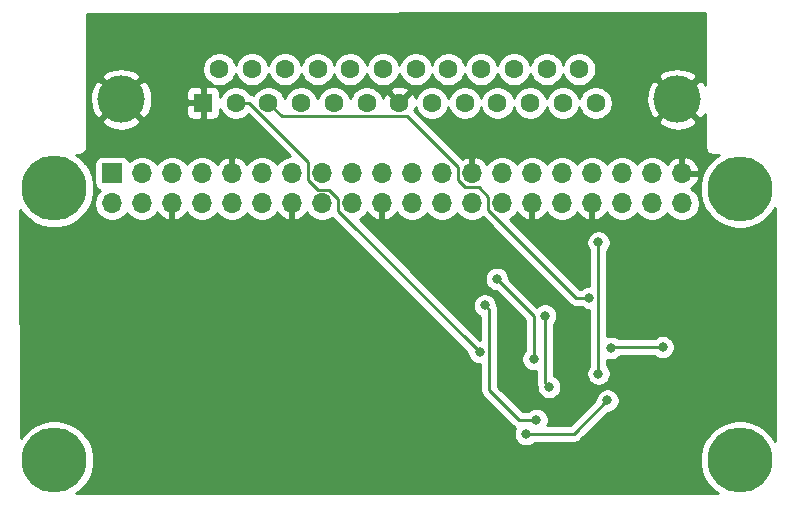
<source format=gbr>
G04 #@! TF.GenerationSoftware,KiCad,Pcbnew,(5.1.5-0-10_14)*
G04 #@! TF.CreationDate,2021-04-03T11:55:27+11:00*
G04 #@! TF.ProjectId,Pi_Zero_RS232_DB25_Hat,50695f5a-6572-46f5-9f52-533233325f44,rev?*
G04 #@! TF.SameCoordinates,Original*
G04 #@! TF.FileFunction,Copper,L2,Bot*
G04 #@! TF.FilePolarity,Positive*
%FSLAX46Y46*%
G04 Gerber Fmt 4.6, Leading zero omitted, Abs format (unit mm)*
G04 Created by KiCad (PCBNEW (5.1.5-0-10_14)) date 2021-04-03 11:55:27*
%MOMM*%
%LPD*%
G04 APERTURE LIST*
%ADD10C,5.500000*%
%ADD11R,1.700000X1.700000*%
%ADD12O,1.700000X1.700000*%
%ADD13R,1.600000X1.600000*%
%ADD14C,1.600000*%
%ADD15C,4.000000*%
%ADD16C,0.800000*%
%ADD17C,0.250000*%
%ADD18C,0.254000*%
G04 APERTURE END LIST*
D10*
X88138000Y-94437200D03*
X30099000Y-94437200D03*
X30099000Y-71424800D03*
X88138000Y-71450200D03*
D11*
X34988500Y-70167500D03*
D12*
X34988500Y-72707500D03*
X37528500Y-70167500D03*
X37528500Y-72707500D03*
X40068500Y-70167500D03*
X40068500Y-72707500D03*
X42608500Y-70167500D03*
X42608500Y-72707500D03*
X45148500Y-70167500D03*
X45148500Y-72707500D03*
X47688500Y-70167500D03*
X47688500Y-72707500D03*
X50228500Y-70167500D03*
X50228500Y-72707500D03*
X52768500Y-70167500D03*
X52768500Y-72707500D03*
X55308500Y-70167500D03*
X55308500Y-72707500D03*
X57848500Y-70167500D03*
X57848500Y-72707500D03*
X60388500Y-70167500D03*
X60388500Y-72707500D03*
X62928500Y-70167500D03*
X62928500Y-72707500D03*
X65468500Y-70167500D03*
X65468500Y-72707500D03*
X68008500Y-70167500D03*
X68008500Y-72707500D03*
X70548500Y-70167500D03*
X70548500Y-72707500D03*
X73088500Y-70167500D03*
X73088500Y-72707500D03*
X75628500Y-70167500D03*
X75628500Y-72707500D03*
X78168500Y-70167500D03*
X78168500Y-72707500D03*
X80708500Y-70167500D03*
X80708500Y-72707500D03*
X83248500Y-70167500D03*
X83248500Y-72707500D03*
D13*
X42697400Y-64185800D03*
D14*
X45467400Y-64185800D03*
X48237400Y-64185800D03*
X51007400Y-64185800D03*
X53777400Y-64185800D03*
X56547400Y-64185800D03*
X59317400Y-64185800D03*
X62087400Y-64185800D03*
X64857400Y-64185800D03*
X67627400Y-64185800D03*
X70397400Y-64185800D03*
X73167400Y-64185800D03*
X75937400Y-64185800D03*
X44082400Y-61345800D03*
X46852400Y-61345800D03*
X49622400Y-61345800D03*
X52392400Y-61345800D03*
X55162400Y-61345800D03*
X57932400Y-61345800D03*
X60702400Y-61345800D03*
X63472400Y-61345800D03*
X66242400Y-61345800D03*
X69012400Y-61345800D03*
X71782400Y-61345800D03*
X74552400Y-61345800D03*
D15*
X82867400Y-63885800D03*
X35767400Y-63885800D03*
D16*
X66548000Y-81342400D03*
X70916800Y-91037410D03*
X70688387Y-85877766D03*
X67564000Y-79095600D03*
X71653400Y-82194400D03*
X72009000Y-88239600D03*
X81610200Y-84861400D03*
X77266800Y-84937600D03*
X76174600Y-75996800D03*
X76174600Y-87122000D03*
X76936600Y-89382600D03*
X70053200Y-92227400D03*
X66116200Y-85293200D03*
X75412600Y-80695800D03*
D17*
X66947999Y-81742399D02*
X66947999Y-88525401D01*
X66548000Y-81342400D02*
X66947999Y-81742399D01*
X69460008Y-91037410D02*
X70916800Y-91037410D01*
X66947999Y-88525401D02*
X69460008Y-91037410D01*
X70688387Y-85877766D02*
X70688387Y-82245387D01*
X67564000Y-79121000D02*
X67564000Y-79095600D01*
X70688387Y-82245387D02*
X67564000Y-79121000D01*
X71653400Y-87884000D02*
X72009000Y-88239600D01*
X71653400Y-82194400D02*
X71653400Y-87884000D01*
X77343000Y-84861400D02*
X77266800Y-84937600D01*
X81610200Y-84861400D02*
X77343000Y-84861400D01*
X76174600Y-75996800D02*
X76174600Y-87122000D01*
X74091800Y-92227400D02*
X70053200Y-92227400D01*
X76936600Y-89382600D02*
X74091800Y-92227400D01*
X54133499Y-73310499D02*
X66116200Y-85293200D01*
X54133499Y-72333497D02*
X54133499Y-73310499D01*
X52394497Y-71532499D02*
X53332501Y-71532499D01*
X53332501Y-71532499D02*
X54133499Y-72333497D01*
X51593499Y-70731501D02*
X52394497Y-71532499D01*
X45467400Y-64185800D02*
X46598770Y-64185800D01*
X46598770Y-64185800D02*
X51593499Y-69180529D01*
X51593499Y-69180529D02*
X51593499Y-70731501D01*
X66833499Y-73271501D02*
X74257798Y-80695800D01*
X66833499Y-72143499D02*
X66833499Y-73271501D01*
X66032501Y-71342501D02*
X66833499Y-72143499D01*
X64293499Y-70731501D02*
X64904499Y-71342501D01*
X64904499Y-71342501D02*
X66032501Y-71342501D01*
X64293499Y-69603499D02*
X64293499Y-70731501D01*
X60000801Y-65310801D02*
X64293499Y-69603499D01*
X74257798Y-80695800D02*
X75412600Y-80695800D01*
X49362401Y-65310801D02*
X60000801Y-65310801D01*
X48237400Y-64185800D02*
X49362401Y-65310801D01*
D18*
G36*
X85192401Y-62641214D02*
G01*
X85081658Y-62434028D01*
X84714899Y-62217906D01*
X83047005Y-63885800D01*
X84714899Y-65553694D01*
X85081658Y-65337572D01*
X85192401Y-65125971D01*
X85192401Y-67953247D01*
X85202313Y-68053883D01*
X85241482Y-68183006D01*
X85305089Y-68302007D01*
X85390690Y-68406311D01*
X85494994Y-68491912D01*
X85613995Y-68555519D01*
X85743118Y-68594688D01*
X85877400Y-68607914D01*
X86011683Y-68594688D01*
X86061422Y-68579600D01*
X86341317Y-68579600D01*
X85980188Y-68820898D01*
X85508698Y-69292388D01*
X85138252Y-69846801D01*
X84883083Y-70462832D01*
X84753000Y-71116807D01*
X84753000Y-71783593D01*
X84883083Y-72437568D01*
X85138252Y-73053599D01*
X85508698Y-73608012D01*
X85980188Y-74079502D01*
X86534601Y-74449948D01*
X87150632Y-74705117D01*
X87804607Y-74835200D01*
X88471393Y-74835200D01*
X89125368Y-74705117D01*
X89741399Y-74449948D01*
X90295812Y-74079502D01*
X90767302Y-73608012D01*
X91089604Y-73125651D01*
X91106238Y-92786643D01*
X90767302Y-92279388D01*
X90295812Y-91807898D01*
X89741399Y-91437452D01*
X89125368Y-91182283D01*
X88471393Y-91052200D01*
X87804607Y-91052200D01*
X87150632Y-91182283D01*
X86534601Y-91437452D01*
X85980188Y-91807898D01*
X85508698Y-92279388D01*
X85138252Y-92833801D01*
X84883083Y-93449832D01*
X84753000Y-94103807D01*
X84753000Y-94770593D01*
X84883083Y-95424568D01*
X85138252Y-96040599D01*
X85508698Y-96595012D01*
X85980188Y-97066502D01*
X86265888Y-97257400D01*
X31971112Y-97257400D01*
X32256812Y-97066502D01*
X32728302Y-96595012D01*
X33098748Y-96040599D01*
X33353917Y-95424568D01*
X33484000Y-94770593D01*
X33484000Y-94103807D01*
X33353917Y-93449832D01*
X33098748Y-92833801D01*
X32728302Y-92279388D01*
X32256812Y-91807898D01*
X31702399Y-91437452D01*
X31086368Y-91182283D01*
X30432393Y-91052200D01*
X29765607Y-91052200D01*
X29111632Y-91182283D01*
X28495601Y-91437452D01*
X27941188Y-91807898D01*
X27469698Y-92279388D01*
X27270131Y-92578062D01*
X27237430Y-73234997D01*
X27469698Y-73582612D01*
X27941188Y-74054102D01*
X28495601Y-74424548D01*
X29111632Y-74679717D01*
X29765607Y-74809800D01*
X30432393Y-74809800D01*
X31086368Y-74679717D01*
X31702399Y-74424548D01*
X32256812Y-74054102D01*
X32728302Y-73582612D01*
X33098748Y-73028199D01*
X33353917Y-72412168D01*
X33484000Y-71758193D01*
X33484000Y-71091407D01*
X33353917Y-70437432D01*
X33098748Y-69821401D01*
X32762053Y-69317500D01*
X33500428Y-69317500D01*
X33500428Y-71017500D01*
X33512688Y-71141982D01*
X33548998Y-71261680D01*
X33607963Y-71371994D01*
X33687315Y-71468685D01*
X33784006Y-71548037D01*
X33894320Y-71607002D01*
X33966880Y-71629013D01*
X33835025Y-71760868D01*
X33672510Y-72004089D01*
X33560568Y-72274342D01*
X33503500Y-72561240D01*
X33503500Y-72853760D01*
X33560568Y-73140658D01*
X33672510Y-73410911D01*
X33835025Y-73654132D01*
X34041868Y-73860975D01*
X34285089Y-74023490D01*
X34555342Y-74135432D01*
X34842240Y-74192500D01*
X35134760Y-74192500D01*
X35421658Y-74135432D01*
X35691911Y-74023490D01*
X35935132Y-73860975D01*
X36141975Y-73654132D01*
X36258500Y-73479740D01*
X36375025Y-73654132D01*
X36581868Y-73860975D01*
X36825089Y-74023490D01*
X37095342Y-74135432D01*
X37382240Y-74192500D01*
X37674760Y-74192500D01*
X37961658Y-74135432D01*
X38231911Y-74023490D01*
X38475132Y-73860975D01*
X38681975Y-73654132D01*
X38803695Y-73471966D01*
X38873322Y-73588855D01*
X39068231Y-73805088D01*
X39301580Y-73979141D01*
X39564401Y-74104325D01*
X39711610Y-74148976D01*
X39941500Y-74027655D01*
X39941500Y-72834500D01*
X39921500Y-72834500D01*
X39921500Y-72580500D01*
X39941500Y-72580500D01*
X39941500Y-72560500D01*
X40195500Y-72560500D01*
X40195500Y-72580500D01*
X40215500Y-72580500D01*
X40215500Y-72834500D01*
X40195500Y-72834500D01*
X40195500Y-74027655D01*
X40425390Y-74148976D01*
X40572599Y-74104325D01*
X40835420Y-73979141D01*
X41068769Y-73805088D01*
X41263678Y-73588855D01*
X41333305Y-73471966D01*
X41455025Y-73654132D01*
X41661868Y-73860975D01*
X41905089Y-74023490D01*
X42175342Y-74135432D01*
X42462240Y-74192500D01*
X42754760Y-74192500D01*
X43041658Y-74135432D01*
X43311911Y-74023490D01*
X43555132Y-73860975D01*
X43761975Y-73654132D01*
X43878500Y-73479740D01*
X43995025Y-73654132D01*
X44201868Y-73860975D01*
X44445089Y-74023490D01*
X44715342Y-74135432D01*
X45002240Y-74192500D01*
X45294760Y-74192500D01*
X45581658Y-74135432D01*
X45851911Y-74023490D01*
X46095132Y-73860975D01*
X46301975Y-73654132D01*
X46418500Y-73479740D01*
X46535025Y-73654132D01*
X46741868Y-73860975D01*
X46985089Y-74023490D01*
X47255342Y-74135432D01*
X47542240Y-74192500D01*
X47834760Y-74192500D01*
X48121658Y-74135432D01*
X48391911Y-74023490D01*
X48635132Y-73860975D01*
X48841975Y-73654132D01*
X48963695Y-73471966D01*
X49033322Y-73588855D01*
X49228231Y-73805088D01*
X49461580Y-73979141D01*
X49724401Y-74104325D01*
X49871610Y-74148976D01*
X50101500Y-74027655D01*
X50101500Y-72834500D01*
X50081500Y-72834500D01*
X50081500Y-72580500D01*
X50101500Y-72580500D01*
X50101500Y-72560500D01*
X50355500Y-72560500D01*
X50355500Y-72580500D01*
X50375500Y-72580500D01*
X50375500Y-72834500D01*
X50355500Y-72834500D01*
X50355500Y-74027655D01*
X50585390Y-74148976D01*
X50732599Y-74104325D01*
X50995420Y-73979141D01*
X51228769Y-73805088D01*
X51423678Y-73588855D01*
X51493305Y-73471966D01*
X51615025Y-73654132D01*
X51821868Y-73860975D01*
X52065089Y-74023490D01*
X52335342Y-74135432D01*
X52622240Y-74192500D01*
X52914760Y-74192500D01*
X53201658Y-74135432D01*
X53471911Y-74023490D01*
X53651615Y-73903416D01*
X65081200Y-85333002D01*
X65081200Y-85395139D01*
X65120974Y-85595098D01*
X65198995Y-85783456D01*
X65312263Y-85952974D01*
X65456426Y-86097137D01*
X65625944Y-86210405D01*
X65814302Y-86288426D01*
X66014261Y-86328200D01*
X66188000Y-86328200D01*
X66188000Y-88488069D01*
X66184323Y-88525401D01*
X66188000Y-88562734D01*
X66194980Y-88633597D01*
X66198997Y-88674386D01*
X66242453Y-88817647D01*
X66313025Y-88949677D01*
X66384200Y-89036403D01*
X66407999Y-89065402D01*
X66436997Y-89089200D01*
X68896209Y-91548413D01*
X68920007Y-91577411D01*
X69035732Y-91672384D01*
X69141493Y-91728915D01*
X69135995Y-91737144D01*
X69057974Y-91925502D01*
X69018200Y-92125461D01*
X69018200Y-92329339D01*
X69057974Y-92529298D01*
X69135995Y-92717656D01*
X69249263Y-92887174D01*
X69393426Y-93031337D01*
X69562944Y-93144605D01*
X69751302Y-93222626D01*
X69951261Y-93262400D01*
X70155139Y-93262400D01*
X70355098Y-93222626D01*
X70543456Y-93144605D01*
X70712974Y-93031337D01*
X70756911Y-92987400D01*
X74054478Y-92987400D01*
X74091800Y-92991076D01*
X74129122Y-92987400D01*
X74129133Y-92987400D01*
X74240786Y-92976403D01*
X74384047Y-92932946D01*
X74516076Y-92862374D01*
X74631801Y-92767401D01*
X74655604Y-92738397D01*
X76976402Y-90417600D01*
X77038539Y-90417600D01*
X77238498Y-90377826D01*
X77426856Y-90299805D01*
X77596374Y-90186537D01*
X77740537Y-90042374D01*
X77853805Y-89872856D01*
X77931826Y-89684498D01*
X77971600Y-89484539D01*
X77971600Y-89280661D01*
X77931826Y-89080702D01*
X77853805Y-88892344D01*
X77740537Y-88722826D01*
X77596374Y-88578663D01*
X77426856Y-88465395D01*
X77238498Y-88387374D01*
X77038539Y-88347600D01*
X76834661Y-88347600D01*
X76634702Y-88387374D01*
X76446344Y-88465395D01*
X76276826Y-88578663D01*
X76132663Y-88722826D01*
X76019395Y-88892344D01*
X75941374Y-89080702D01*
X75901600Y-89280661D01*
X75901600Y-89342798D01*
X73776999Y-91467400D01*
X71858968Y-91467400D01*
X71912026Y-91339308D01*
X71951800Y-91139349D01*
X71951800Y-90935471D01*
X71912026Y-90735512D01*
X71834005Y-90547154D01*
X71720737Y-90377636D01*
X71576574Y-90233473D01*
X71407056Y-90120205D01*
X71218698Y-90042184D01*
X71018739Y-90002410D01*
X70814861Y-90002410D01*
X70614902Y-90042184D01*
X70426544Y-90120205D01*
X70257026Y-90233473D01*
X70213089Y-90277410D01*
X69774810Y-90277410D01*
X67707999Y-88210600D01*
X67707999Y-81779721D01*
X67711675Y-81742398D01*
X67707999Y-81705076D01*
X67707999Y-81705066D01*
X67697002Y-81593413D01*
X67653545Y-81450152D01*
X67583000Y-81318174D01*
X67583000Y-81240461D01*
X67543226Y-81040502D01*
X67465205Y-80852144D01*
X67351937Y-80682626D01*
X67207774Y-80538463D01*
X67038256Y-80425195D01*
X66849898Y-80347174D01*
X66649939Y-80307400D01*
X66446061Y-80307400D01*
X66246102Y-80347174D01*
X66057744Y-80425195D01*
X65888226Y-80538463D01*
X65744063Y-80682626D01*
X65630795Y-80852144D01*
X65552774Y-81040502D01*
X65513000Y-81240461D01*
X65513000Y-81444339D01*
X65552774Y-81644298D01*
X65630795Y-81832656D01*
X65744063Y-82002174D01*
X65888226Y-82146337D01*
X66057744Y-82259605D01*
X66187999Y-82313559D01*
X66187999Y-84258200D01*
X66156002Y-84258200D01*
X60891463Y-78993661D01*
X66529000Y-78993661D01*
X66529000Y-79197539D01*
X66568774Y-79397498D01*
X66646795Y-79585856D01*
X66760063Y-79755374D01*
X66904226Y-79899537D01*
X67073744Y-80012805D01*
X67262102Y-80090826D01*
X67462061Y-80130600D01*
X67498799Y-80130600D01*
X69928388Y-82560191D01*
X69928387Y-85174055D01*
X69884450Y-85217992D01*
X69771182Y-85387510D01*
X69693161Y-85575868D01*
X69653387Y-85775827D01*
X69653387Y-85979705D01*
X69693161Y-86179664D01*
X69771182Y-86368022D01*
X69884450Y-86537540D01*
X70028613Y-86681703D01*
X70198131Y-86794971D01*
X70386489Y-86872992D01*
X70586448Y-86912766D01*
X70790326Y-86912766D01*
X70893401Y-86892263D01*
X70893401Y-87846668D01*
X70889724Y-87884000D01*
X70893401Y-87921333D01*
X70904398Y-88032986D01*
X70917580Y-88076442D01*
X70947854Y-88176246D01*
X70974000Y-88225161D01*
X70974000Y-88341539D01*
X71013774Y-88541498D01*
X71091795Y-88729856D01*
X71205063Y-88899374D01*
X71349226Y-89043537D01*
X71518744Y-89156805D01*
X71707102Y-89234826D01*
X71907061Y-89274600D01*
X72110939Y-89274600D01*
X72310898Y-89234826D01*
X72499256Y-89156805D01*
X72668774Y-89043537D01*
X72812937Y-88899374D01*
X72926205Y-88729856D01*
X73004226Y-88541498D01*
X73044000Y-88341539D01*
X73044000Y-88137661D01*
X73004226Y-87937702D01*
X72926205Y-87749344D01*
X72812937Y-87579826D01*
X72668774Y-87435663D01*
X72499256Y-87322395D01*
X72413400Y-87286832D01*
X72413400Y-82898111D01*
X72457337Y-82854174D01*
X72570605Y-82684656D01*
X72648626Y-82496298D01*
X72688400Y-82296339D01*
X72688400Y-82092461D01*
X72648626Y-81892502D01*
X72570605Y-81704144D01*
X72457337Y-81534626D01*
X72313174Y-81390463D01*
X72143656Y-81277195D01*
X71955298Y-81199174D01*
X71755339Y-81159400D01*
X71551461Y-81159400D01*
X71351502Y-81199174D01*
X71163144Y-81277195D01*
X70993626Y-81390463D01*
X70950946Y-81433143D01*
X68599000Y-79081199D01*
X68599000Y-78993661D01*
X68559226Y-78793702D01*
X68481205Y-78605344D01*
X68367937Y-78435826D01*
X68223774Y-78291663D01*
X68054256Y-78178395D01*
X67865898Y-78100374D01*
X67665939Y-78060600D01*
X67462061Y-78060600D01*
X67262102Y-78100374D01*
X67073744Y-78178395D01*
X66904226Y-78291663D01*
X66760063Y-78435826D01*
X66646795Y-78605344D01*
X66568774Y-78793702D01*
X66529000Y-78993661D01*
X60891463Y-78993661D01*
X55947833Y-74050032D01*
X56011911Y-74023490D01*
X56255132Y-73860975D01*
X56461975Y-73654132D01*
X56583695Y-73471966D01*
X56653322Y-73588855D01*
X56848231Y-73805088D01*
X57081580Y-73979141D01*
X57344401Y-74104325D01*
X57491610Y-74148976D01*
X57721500Y-74027655D01*
X57721500Y-72834500D01*
X57701500Y-72834500D01*
X57701500Y-72580500D01*
X57721500Y-72580500D01*
X57721500Y-72560500D01*
X57975500Y-72560500D01*
X57975500Y-72580500D01*
X57995500Y-72580500D01*
X57995500Y-72834500D01*
X57975500Y-72834500D01*
X57975500Y-74027655D01*
X58205390Y-74148976D01*
X58352599Y-74104325D01*
X58615420Y-73979141D01*
X58848769Y-73805088D01*
X59043678Y-73588855D01*
X59113305Y-73471966D01*
X59235025Y-73654132D01*
X59441868Y-73860975D01*
X59685089Y-74023490D01*
X59955342Y-74135432D01*
X60242240Y-74192500D01*
X60534760Y-74192500D01*
X60821658Y-74135432D01*
X61091911Y-74023490D01*
X61335132Y-73860975D01*
X61541975Y-73654132D01*
X61658500Y-73479740D01*
X61775025Y-73654132D01*
X61981868Y-73860975D01*
X62225089Y-74023490D01*
X62495342Y-74135432D01*
X62782240Y-74192500D01*
X63074760Y-74192500D01*
X63361658Y-74135432D01*
X63631911Y-74023490D01*
X63875132Y-73860975D01*
X64081975Y-73654132D01*
X64198500Y-73479740D01*
X64315025Y-73654132D01*
X64521868Y-73860975D01*
X64765089Y-74023490D01*
X65035342Y-74135432D01*
X65322240Y-74192500D01*
X65614760Y-74192500D01*
X65901658Y-74135432D01*
X66171911Y-74023490D01*
X66374992Y-73887795D01*
X73693999Y-81206803D01*
X73717797Y-81235801D01*
X73833522Y-81330774D01*
X73965551Y-81401346D01*
X74108812Y-81444803D01*
X74220465Y-81455800D01*
X74220474Y-81455800D01*
X74257797Y-81459476D01*
X74295120Y-81455800D01*
X74708889Y-81455800D01*
X74752826Y-81499737D01*
X74922344Y-81613005D01*
X75110702Y-81691026D01*
X75310661Y-81730800D01*
X75414601Y-81730800D01*
X75414601Y-86418288D01*
X75370663Y-86462226D01*
X75257395Y-86631744D01*
X75179374Y-86820102D01*
X75139600Y-87020061D01*
X75139600Y-87223939D01*
X75179374Y-87423898D01*
X75257395Y-87612256D01*
X75370663Y-87781774D01*
X75514826Y-87925937D01*
X75684344Y-88039205D01*
X75872702Y-88117226D01*
X76072661Y-88157000D01*
X76276539Y-88157000D01*
X76476498Y-88117226D01*
X76664856Y-88039205D01*
X76834374Y-87925937D01*
X76978537Y-87781774D01*
X77091805Y-87612256D01*
X77169826Y-87423898D01*
X77209600Y-87223939D01*
X77209600Y-87020061D01*
X77169826Y-86820102D01*
X77091805Y-86631744D01*
X76978537Y-86462226D01*
X76934600Y-86418289D01*
X76934600Y-85920274D01*
X76964902Y-85932826D01*
X77164861Y-85972600D01*
X77368739Y-85972600D01*
X77568698Y-85932826D01*
X77757056Y-85854805D01*
X77926574Y-85741537D01*
X78046711Y-85621400D01*
X80906489Y-85621400D01*
X80950426Y-85665337D01*
X81119944Y-85778605D01*
X81308302Y-85856626D01*
X81508261Y-85896400D01*
X81712139Y-85896400D01*
X81912098Y-85856626D01*
X82100456Y-85778605D01*
X82269974Y-85665337D01*
X82414137Y-85521174D01*
X82527405Y-85351656D01*
X82605426Y-85163298D01*
X82645200Y-84963339D01*
X82645200Y-84759461D01*
X82605426Y-84559502D01*
X82527405Y-84371144D01*
X82414137Y-84201626D01*
X82269974Y-84057463D01*
X82100456Y-83944195D01*
X81912098Y-83866174D01*
X81712139Y-83826400D01*
X81508261Y-83826400D01*
X81308302Y-83866174D01*
X81119944Y-83944195D01*
X80950426Y-84057463D01*
X80906489Y-84101400D01*
X77878289Y-84101400D01*
X77757056Y-84020395D01*
X77568698Y-83942374D01*
X77368739Y-83902600D01*
X77164861Y-83902600D01*
X76964902Y-83942374D01*
X76934600Y-83954926D01*
X76934600Y-76700511D01*
X76978537Y-76656574D01*
X77091805Y-76487056D01*
X77169826Y-76298698D01*
X77209600Y-76098739D01*
X77209600Y-75894861D01*
X77169826Y-75694902D01*
X77091805Y-75506544D01*
X76978537Y-75337026D01*
X76834374Y-75192863D01*
X76664856Y-75079595D01*
X76476498Y-75001574D01*
X76276539Y-74961800D01*
X76072661Y-74961800D01*
X75872702Y-75001574D01*
X75684344Y-75079595D01*
X75514826Y-75192863D01*
X75370663Y-75337026D01*
X75257395Y-75506544D01*
X75179374Y-75694902D01*
X75139600Y-75894861D01*
X75139600Y-76098739D01*
X75179374Y-76298698D01*
X75257395Y-76487056D01*
X75370663Y-76656574D01*
X75414600Y-76700511D01*
X75414600Y-79660800D01*
X75310661Y-79660800D01*
X75110702Y-79700574D01*
X74922344Y-79778595D01*
X74752826Y-79891863D01*
X74708889Y-79935800D01*
X74572600Y-79935800D01*
X68675409Y-74038610D01*
X68711911Y-74023490D01*
X68955132Y-73860975D01*
X69161975Y-73654132D01*
X69283695Y-73471966D01*
X69353322Y-73588855D01*
X69548231Y-73805088D01*
X69781580Y-73979141D01*
X70044401Y-74104325D01*
X70191610Y-74148976D01*
X70421500Y-74027655D01*
X70421500Y-72834500D01*
X70401500Y-72834500D01*
X70401500Y-72580500D01*
X70421500Y-72580500D01*
X70421500Y-72560500D01*
X70675500Y-72560500D01*
X70675500Y-72580500D01*
X70695500Y-72580500D01*
X70695500Y-72834500D01*
X70675500Y-72834500D01*
X70675500Y-74027655D01*
X70905390Y-74148976D01*
X71052599Y-74104325D01*
X71315420Y-73979141D01*
X71548769Y-73805088D01*
X71743678Y-73588855D01*
X71813305Y-73471966D01*
X71935025Y-73654132D01*
X72141868Y-73860975D01*
X72385089Y-74023490D01*
X72655342Y-74135432D01*
X72942240Y-74192500D01*
X73234760Y-74192500D01*
X73521658Y-74135432D01*
X73791911Y-74023490D01*
X74035132Y-73860975D01*
X74241975Y-73654132D01*
X74363695Y-73471966D01*
X74433322Y-73588855D01*
X74628231Y-73805088D01*
X74861580Y-73979141D01*
X75124401Y-74104325D01*
X75271610Y-74148976D01*
X75501500Y-74027655D01*
X75501500Y-72834500D01*
X75481500Y-72834500D01*
X75481500Y-72580500D01*
X75501500Y-72580500D01*
X75501500Y-72560500D01*
X75755500Y-72560500D01*
X75755500Y-72580500D01*
X75775500Y-72580500D01*
X75775500Y-72834500D01*
X75755500Y-72834500D01*
X75755500Y-74027655D01*
X75985390Y-74148976D01*
X76132599Y-74104325D01*
X76395420Y-73979141D01*
X76628769Y-73805088D01*
X76823678Y-73588855D01*
X76893305Y-73471966D01*
X77015025Y-73654132D01*
X77221868Y-73860975D01*
X77465089Y-74023490D01*
X77735342Y-74135432D01*
X78022240Y-74192500D01*
X78314760Y-74192500D01*
X78601658Y-74135432D01*
X78871911Y-74023490D01*
X79115132Y-73860975D01*
X79321975Y-73654132D01*
X79438500Y-73479740D01*
X79555025Y-73654132D01*
X79761868Y-73860975D01*
X80005089Y-74023490D01*
X80275342Y-74135432D01*
X80562240Y-74192500D01*
X80854760Y-74192500D01*
X81141658Y-74135432D01*
X81411911Y-74023490D01*
X81655132Y-73860975D01*
X81861975Y-73654132D01*
X81978500Y-73479740D01*
X82095025Y-73654132D01*
X82301868Y-73860975D01*
X82545089Y-74023490D01*
X82815342Y-74135432D01*
X83102240Y-74192500D01*
X83394760Y-74192500D01*
X83681658Y-74135432D01*
X83951911Y-74023490D01*
X84195132Y-73860975D01*
X84401975Y-73654132D01*
X84564490Y-73410911D01*
X84676432Y-73140658D01*
X84733500Y-72853760D01*
X84733500Y-72561240D01*
X84676432Y-72274342D01*
X84564490Y-72004089D01*
X84401975Y-71760868D01*
X84195132Y-71554025D01*
X84019094Y-71436400D01*
X84248769Y-71265088D01*
X84443678Y-71048855D01*
X84592657Y-70798752D01*
X84689981Y-70524391D01*
X84569314Y-70294500D01*
X83375500Y-70294500D01*
X83375500Y-70314500D01*
X83121500Y-70314500D01*
X83121500Y-70294500D01*
X83101500Y-70294500D01*
X83101500Y-70040500D01*
X83121500Y-70040500D01*
X83121500Y-68847345D01*
X83375500Y-68847345D01*
X83375500Y-70040500D01*
X84569314Y-70040500D01*
X84689981Y-69810609D01*
X84592657Y-69536248D01*
X84443678Y-69286145D01*
X84248769Y-69069912D01*
X84015420Y-68895859D01*
X83752599Y-68770675D01*
X83605390Y-68726024D01*
X83375500Y-68847345D01*
X83121500Y-68847345D01*
X82891610Y-68726024D01*
X82744401Y-68770675D01*
X82481580Y-68895859D01*
X82248231Y-69069912D01*
X82053322Y-69286145D01*
X81983695Y-69403034D01*
X81861975Y-69220868D01*
X81655132Y-69014025D01*
X81411911Y-68851510D01*
X81141658Y-68739568D01*
X80854760Y-68682500D01*
X80562240Y-68682500D01*
X80275342Y-68739568D01*
X80005089Y-68851510D01*
X79761868Y-69014025D01*
X79555025Y-69220868D01*
X79438500Y-69395260D01*
X79321975Y-69220868D01*
X79115132Y-69014025D01*
X78871911Y-68851510D01*
X78601658Y-68739568D01*
X78314760Y-68682500D01*
X78022240Y-68682500D01*
X77735342Y-68739568D01*
X77465089Y-68851510D01*
X77221868Y-69014025D01*
X77015025Y-69220868D01*
X76898500Y-69395260D01*
X76781975Y-69220868D01*
X76575132Y-69014025D01*
X76331911Y-68851510D01*
X76061658Y-68739568D01*
X75774760Y-68682500D01*
X75482240Y-68682500D01*
X75195342Y-68739568D01*
X74925089Y-68851510D01*
X74681868Y-69014025D01*
X74475025Y-69220868D01*
X74358500Y-69395260D01*
X74241975Y-69220868D01*
X74035132Y-69014025D01*
X73791911Y-68851510D01*
X73521658Y-68739568D01*
X73234760Y-68682500D01*
X72942240Y-68682500D01*
X72655342Y-68739568D01*
X72385089Y-68851510D01*
X72141868Y-69014025D01*
X71935025Y-69220868D01*
X71818500Y-69395260D01*
X71701975Y-69220868D01*
X71495132Y-69014025D01*
X71251911Y-68851510D01*
X70981658Y-68739568D01*
X70694760Y-68682500D01*
X70402240Y-68682500D01*
X70115342Y-68739568D01*
X69845089Y-68851510D01*
X69601868Y-69014025D01*
X69395025Y-69220868D01*
X69278500Y-69395260D01*
X69161975Y-69220868D01*
X68955132Y-69014025D01*
X68711911Y-68851510D01*
X68441658Y-68739568D01*
X68154760Y-68682500D01*
X67862240Y-68682500D01*
X67575342Y-68739568D01*
X67305089Y-68851510D01*
X67061868Y-69014025D01*
X66855025Y-69220868D01*
X66733305Y-69403034D01*
X66663678Y-69286145D01*
X66468769Y-69069912D01*
X66235420Y-68895859D01*
X65972599Y-68770675D01*
X65825390Y-68726024D01*
X65595500Y-68847345D01*
X65595500Y-70040500D01*
X65615500Y-70040500D01*
X65615500Y-70294500D01*
X65595500Y-70294500D01*
X65595500Y-70314500D01*
X65341500Y-70314500D01*
X65341500Y-70294500D01*
X65321500Y-70294500D01*
X65321500Y-70040500D01*
X65341500Y-70040500D01*
X65341500Y-68847345D01*
X65111610Y-68726024D01*
X64964401Y-68770675D01*
X64701580Y-68895859D01*
X64678143Y-68913341D01*
X61498101Y-65733299D01*
X81199506Y-65733299D01*
X81415628Y-66100058D01*
X81875505Y-66340738D01*
X82373498Y-66487075D01*
X82890471Y-66533448D01*
X83406559Y-66478073D01*
X83901926Y-66323079D01*
X84319172Y-66100058D01*
X84535294Y-65733299D01*
X82867400Y-64065405D01*
X81199506Y-65733299D01*
X61498101Y-65733299D01*
X60598410Y-64833609D01*
X60674971Y-64671804D01*
X60700612Y-64569511D01*
X60707547Y-64604374D01*
X60815720Y-64865527D01*
X60972763Y-65100559D01*
X61172641Y-65300437D01*
X61407673Y-65457480D01*
X61668826Y-65565653D01*
X61946065Y-65620800D01*
X62228735Y-65620800D01*
X62505974Y-65565653D01*
X62767127Y-65457480D01*
X63002159Y-65300437D01*
X63202037Y-65100559D01*
X63359080Y-64865527D01*
X63467253Y-64604374D01*
X63472400Y-64578499D01*
X63477547Y-64604374D01*
X63585720Y-64865527D01*
X63742763Y-65100559D01*
X63942641Y-65300437D01*
X64177673Y-65457480D01*
X64438826Y-65565653D01*
X64716065Y-65620800D01*
X64998735Y-65620800D01*
X65275974Y-65565653D01*
X65537127Y-65457480D01*
X65772159Y-65300437D01*
X65972037Y-65100559D01*
X66129080Y-64865527D01*
X66237253Y-64604374D01*
X66242400Y-64578499D01*
X66247547Y-64604374D01*
X66355720Y-64865527D01*
X66512763Y-65100559D01*
X66712641Y-65300437D01*
X66947673Y-65457480D01*
X67208826Y-65565653D01*
X67486065Y-65620800D01*
X67768735Y-65620800D01*
X68045974Y-65565653D01*
X68307127Y-65457480D01*
X68542159Y-65300437D01*
X68742037Y-65100559D01*
X68899080Y-64865527D01*
X69007253Y-64604374D01*
X69012400Y-64578499D01*
X69017547Y-64604374D01*
X69125720Y-64865527D01*
X69282763Y-65100559D01*
X69482641Y-65300437D01*
X69717673Y-65457480D01*
X69978826Y-65565653D01*
X70256065Y-65620800D01*
X70538735Y-65620800D01*
X70815974Y-65565653D01*
X71077127Y-65457480D01*
X71312159Y-65300437D01*
X71512037Y-65100559D01*
X71669080Y-64865527D01*
X71777253Y-64604374D01*
X71782400Y-64578499D01*
X71787547Y-64604374D01*
X71895720Y-64865527D01*
X72052763Y-65100559D01*
X72252641Y-65300437D01*
X72487673Y-65457480D01*
X72748826Y-65565653D01*
X73026065Y-65620800D01*
X73308735Y-65620800D01*
X73585974Y-65565653D01*
X73847127Y-65457480D01*
X74082159Y-65300437D01*
X74282037Y-65100559D01*
X74439080Y-64865527D01*
X74547253Y-64604374D01*
X74552400Y-64578499D01*
X74557547Y-64604374D01*
X74665720Y-64865527D01*
X74822763Y-65100559D01*
X75022641Y-65300437D01*
X75257673Y-65457480D01*
X75518826Y-65565653D01*
X75796065Y-65620800D01*
X76078735Y-65620800D01*
X76355974Y-65565653D01*
X76617127Y-65457480D01*
X76852159Y-65300437D01*
X77052037Y-65100559D01*
X77209080Y-64865527D01*
X77317253Y-64604374D01*
X77372400Y-64327135D01*
X77372400Y-64044465D01*
X77345429Y-63908871D01*
X80219752Y-63908871D01*
X80275127Y-64424959D01*
X80430121Y-64920326D01*
X80653142Y-65337572D01*
X81019901Y-65553694D01*
X82687795Y-63885800D01*
X81019901Y-62217906D01*
X80653142Y-62434028D01*
X80412462Y-62893905D01*
X80266125Y-63391898D01*
X80219752Y-63908871D01*
X77345429Y-63908871D01*
X77317253Y-63767226D01*
X77209080Y-63506073D01*
X77052037Y-63271041D01*
X76852159Y-63071163D01*
X76617127Y-62914120D01*
X76355974Y-62805947D01*
X76078735Y-62750800D01*
X75796065Y-62750800D01*
X75518826Y-62805947D01*
X75257673Y-62914120D01*
X75022641Y-63071163D01*
X74822763Y-63271041D01*
X74665720Y-63506073D01*
X74557547Y-63767226D01*
X74552400Y-63793101D01*
X74547253Y-63767226D01*
X74439080Y-63506073D01*
X74282037Y-63271041D01*
X74082159Y-63071163D01*
X73847127Y-62914120D01*
X73585974Y-62805947D01*
X73308735Y-62750800D01*
X73026065Y-62750800D01*
X72748826Y-62805947D01*
X72487673Y-62914120D01*
X72252641Y-63071163D01*
X72052763Y-63271041D01*
X71895720Y-63506073D01*
X71787547Y-63767226D01*
X71782400Y-63793101D01*
X71777253Y-63767226D01*
X71669080Y-63506073D01*
X71512037Y-63271041D01*
X71312159Y-63071163D01*
X71077127Y-62914120D01*
X70815974Y-62805947D01*
X70538735Y-62750800D01*
X70256065Y-62750800D01*
X69978826Y-62805947D01*
X69717673Y-62914120D01*
X69482641Y-63071163D01*
X69282763Y-63271041D01*
X69125720Y-63506073D01*
X69017547Y-63767226D01*
X69012400Y-63793101D01*
X69007253Y-63767226D01*
X68899080Y-63506073D01*
X68742037Y-63271041D01*
X68542159Y-63071163D01*
X68307127Y-62914120D01*
X68045974Y-62805947D01*
X67768735Y-62750800D01*
X67486065Y-62750800D01*
X67208826Y-62805947D01*
X66947673Y-62914120D01*
X66712641Y-63071163D01*
X66512763Y-63271041D01*
X66355720Y-63506073D01*
X66247547Y-63767226D01*
X66242400Y-63793101D01*
X66237253Y-63767226D01*
X66129080Y-63506073D01*
X65972037Y-63271041D01*
X65772159Y-63071163D01*
X65537127Y-62914120D01*
X65275974Y-62805947D01*
X64998735Y-62750800D01*
X64716065Y-62750800D01*
X64438826Y-62805947D01*
X64177673Y-62914120D01*
X63942641Y-63071163D01*
X63742763Y-63271041D01*
X63585720Y-63506073D01*
X63477547Y-63767226D01*
X63472400Y-63793101D01*
X63467253Y-63767226D01*
X63359080Y-63506073D01*
X63202037Y-63271041D01*
X63002159Y-63071163D01*
X62767127Y-62914120D01*
X62505974Y-62805947D01*
X62228735Y-62750800D01*
X61946065Y-62750800D01*
X61668826Y-62805947D01*
X61407673Y-62914120D01*
X61172641Y-63071163D01*
X60972763Y-63271041D01*
X60815720Y-63506073D01*
X60707547Y-63767226D01*
X60701887Y-63795682D01*
X60621003Y-63569508D01*
X60554071Y-63444286D01*
X60310102Y-63372703D01*
X59497005Y-64185800D01*
X59511148Y-64199943D01*
X59331543Y-64379548D01*
X59317400Y-64365405D01*
X59303258Y-64379548D01*
X59123653Y-64199943D01*
X59137795Y-64185800D01*
X58324698Y-63372703D01*
X58080729Y-63444286D01*
X57959829Y-63699796D01*
X57934188Y-63802089D01*
X57927253Y-63767226D01*
X57819080Y-63506073D01*
X57662037Y-63271041D01*
X57584094Y-63193098D01*
X58504303Y-63193098D01*
X59317400Y-64006195D01*
X60130497Y-63193098D01*
X60058914Y-62949129D01*
X59803404Y-62828229D01*
X59529216Y-62759500D01*
X59246888Y-62745583D01*
X58967270Y-62787013D01*
X58701108Y-62882197D01*
X58575886Y-62949129D01*
X58504303Y-63193098D01*
X57584094Y-63193098D01*
X57462159Y-63071163D01*
X57227127Y-62914120D01*
X56965974Y-62805947D01*
X56688735Y-62750800D01*
X56406065Y-62750800D01*
X56128826Y-62805947D01*
X55867673Y-62914120D01*
X55632641Y-63071163D01*
X55432763Y-63271041D01*
X55275720Y-63506073D01*
X55167547Y-63767226D01*
X55162400Y-63793101D01*
X55157253Y-63767226D01*
X55049080Y-63506073D01*
X54892037Y-63271041D01*
X54692159Y-63071163D01*
X54457127Y-62914120D01*
X54195974Y-62805947D01*
X53918735Y-62750800D01*
X53636065Y-62750800D01*
X53358826Y-62805947D01*
X53097673Y-62914120D01*
X52862641Y-63071163D01*
X52662763Y-63271041D01*
X52505720Y-63506073D01*
X52397547Y-63767226D01*
X52392400Y-63793101D01*
X52387253Y-63767226D01*
X52279080Y-63506073D01*
X52122037Y-63271041D01*
X51922159Y-63071163D01*
X51687127Y-62914120D01*
X51425974Y-62805947D01*
X51148735Y-62750800D01*
X50866065Y-62750800D01*
X50588826Y-62805947D01*
X50327673Y-62914120D01*
X50092641Y-63071163D01*
X49892763Y-63271041D01*
X49735720Y-63506073D01*
X49627547Y-63767226D01*
X49622400Y-63793101D01*
X49617253Y-63767226D01*
X49509080Y-63506073D01*
X49352037Y-63271041D01*
X49152159Y-63071163D01*
X48917127Y-62914120D01*
X48655974Y-62805947D01*
X48378735Y-62750800D01*
X48096065Y-62750800D01*
X47818826Y-62805947D01*
X47557673Y-62914120D01*
X47322641Y-63071163D01*
X47122763Y-63271041D01*
X46965720Y-63506073D01*
X46960935Y-63517626D01*
X46891017Y-63480254D01*
X46747756Y-63436797D01*
X46688919Y-63431002D01*
X46582037Y-63271041D01*
X46382159Y-63071163D01*
X46147127Y-62914120D01*
X45885974Y-62805947D01*
X45608735Y-62750800D01*
X45326065Y-62750800D01*
X45048826Y-62805947D01*
X44787673Y-62914120D01*
X44552641Y-63071163D01*
X44352763Y-63271041D01*
X44195720Y-63506073D01*
X44133861Y-63655413D01*
X44135472Y-63385800D01*
X44123212Y-63261318D01*
X44086902Y-63141620D01*
X44027937Y-63031306D01*
X43948585Y-62934615D01*
X43851894Y-62855263D01*
X43741580Y-62796298D01*
X43621882Y-62759988D01*
X43497400Y-62747728D01*
X42983150Y-62750800D01*
X42824400Y-62909550D01*
X42824400Y-64058800D01*
X42844400Y-64058800D01*
X42844400Y-64312800D01*
X42824400Y-64312800D01*
X42824400Y-65462050D01*
X42983150Y-65620800D01*
X43497400Y-65623872D01*
X43621882Y-65611612D01*
X43741580Y-65575302D01*
X43851894Y-65516337D01*
X43948585Y-65436985D01*
X44027937Y-65340294D01*
X44086902Y-65229980D01*
X44123212Y-65110282D01*
X44135472Y-64985800D01*
X44133861Y-64716187D01*
X44195720Y-64865527D01*
X44352763Y-65100559D01*
X44552641Y-65300437D01*
X44787673Y-65457480D01*
X45048826Y-65565653D01*
X45326065Y-65620800D01*
X45608735Y-65620800D01*
X45885974Y-65565653D01*
X46147127Y-65457480D01*
X46382159Y-65300437D01*
X46510382Y-65172214D01*
X50030883Y-68692716D01*
X49795342Y-68739568D01*
X49525089Y-68851510D01*
X49281868Y-69014025D01*
X49075025Y-69220868D01*
X48958500Y-69395260D01*
X48841975Y-69220868D01*
X48635132Y-69014025D01*
X48391911Y-68851510D01*
X48121658Y-68739568D01*
X47834760Y-68682500D01*
X47542240Y-68682500D01*
X47255342Y-68739568D01*
X46985089Y-68851510D01*
X46741868Y-69014025D01*
X46535025Y-69220868D01*
X46413305Y-69403034D01*
X46343678Y-69286145D01*
X46148769Y-69069912D01*
X45915420Y-68895859D01*
X45652599Y-68770675D01*
X45505390Y-68726024D01*
X45275500Y-68847345D01*
X45275500Y-70040500D01*
X45295500Y-70040500D01*
X45295500Y-70294500D01*
X45275500Y-70294500D01*
X45275500Y-70314500D01*
X45021500Y-70314500D01*
X45021500Y-70294500D01*
X45001500Y-70294500D01*
X45001500Y-70040500D01*
X45021500Y-70040500D01*
X45021500Y-68847345D01*
X44791610Y-68726024D01*
X44644401Y-68770675D01*
X44381580Y-68895859D01*
X44148231Y-69069912D01*
X43953322Y-69286145D01*
X43883695Y-69403034D01*
X43761975Y-69220868D01*
X43555132Y-69014025D01*
X43311911Y-68851510D01*
X43041658Y-68739568D01*
X42754760Y-68682500D01*
X42462240Y-68682500D01*
X42175342Y-68739568D01*
X41905089Y-68851510D01*
X41661868Y-69014025D01*
X41455025Y-69220868D01*
X41338500Y-69395260D01*
X41221975Y-69220868D01*
X41015132Y-69014025D01*
X40771911Y-68851510D01*
X40501658Y-68739568D01*
X40214760Y-68682500D01*
X39922240Y-68682500D01*
X39635342Y-68739568D01*
X39365089Y-68851510D01*
X39121868Y-69014025D01*
X38915025Y-69220868D01*
X38798500Y-69395260D01*
X38681975Y-69220868D01*
X38475132Y-69014025D01*
X38231911Y-68851510D01*
X37961658Y-68739568D01*
X37674760Y-68682500D01*
X37382240Y-68682500D01*
X37095342Y-68739568D01*
X36825089Y-68851510D01*
X36581868Y-69014025D01*
X36450013Y-69145880D01*
X36428002Y-69073320D01*
X36369037Y-68963006D01*
X36289685Y-68866315D01*
X36192994Y-68786963D01*
X36082680Y-68727998D01*
X35962982Y-68691688D01*
X35838500Y-68679428D01*
X34138500Y-68679428D01*
X34014018Y-68691688D01*
X33894320Y-68727998D01*
X33784006Y-68786963D01*
X33687315Y-68866315D01*
X33607963Y-68963006D01*
X33548998Y-69073320D01*
X33512688Y-69193018D01*
X33500428Y-69317500D01*
X32762053Y-69317500D01*
X32728302Y-69266988D01*
X32256812Y-68795498D01*
X31933098Y-68579200D01*
X32173553Y-68579200D01*
X32207200Y-68582514D01*
X32240847Y-68579200D01*
X32341483Y-68569288D01*
X32470606Y-68530119D01*
X32589607Y-68466512D01*
X32693911Y-68380911D01*
X32779512Y-68276607D01*
X32843119Y-68157606D01*
X32882288Y-68028483D01*
X32895514Y-67894200D01*
X32892200Y-67860553D01*
X32892200Y-65733299D01*
X34099506Y-65733299D01*
X34315628Y-66100058D01*
X34775505Y-66340738D01*
X35273498Y-66487075D01*
X35790471Y-66533448D01*
X36306559Y-66478073D01*
X36801926Y-66323079D01*
X37219172Y-66100058D01*
X37435294Y-65733299D01*
X35767400Y-64065405D01*
X34099506Y-65733299D01*
X32892200Y-65733299D01*
X32892200Y-63908871D01*
X33119752Y-63908871D01*
X33175127Y-64424959D01*
X33330121Y-64920326D01*
X33553142Y-65337572D01*
X33919901Y-65553694D01*
X35587795Y-63885800D01*
X35947005Y-63885800D01*
X37614899Y-65553694D01*
X37981658Y-65337572D01*
X38165760Y-64985800D01*
X41259328Y-64985800D01*
X41271588Y-65110282D01*
X41307898Y-65229980D01*
X41366863Y-65340294D01*
X41446215Y-65436985D01*
X41542906Y-65516337D01*
X41653220Y-65575302D01*
X41772918Y-65611612D01*
X41897400Y-65623872D01*
X42411650Y-65620800D01*
X42570400Y-65462050D01*
X42570400Y-64312800D01*
X41421150Y-64312800D01*
X41262400Y-64471550D01*
X41259328Y-64985800D01*
X38165760Y-64985800D01*
X38222338Y-64877695D01*
X38368675Y-64379702D01*
X38415048Y-63862729D01*
X38363875Y-63385800D01*
X41259328Y-63385800D01*
X41262400Y-63900050D01*
X41421150Y-64058800D01*
X42570400Y-64058800D01*
X42570400Y-62909550D01*
X42411650Y-62750800D01*
X41897400Y-62747728D01*
X41772918Y-62759988D01*
X41653220Y-62796298D01*
X41542906Y-62855263D01*
X41446215Y-62934615D01*
X41366863Y-63031306D01*
X41307898Y-63141620D01*
X41271588Y-63261318D01*
X41259328Y-63385800D01*
X38363875Y-63385800D01*
X38359673Y-63346641D01*
X38204679Y-62851274D01*
X37981658Y-62434028D01*
X37614899Y-62217906D01*
X35947005Y-63885800D01*
X35587795Y-63885800D01*
X33919901Y-62217906D01*
X33553142Y-62434028D01*
X33312462Y-62893905D01*
X33166125Y-63391898D01*
X33119752Y-63908871D01*
X32892200Y-63908871D01*
X32892200Y-62038301D01*
X34099506Y-62038301D01*
X35767400Y-63706195D01*
X37435294Y-62038301D01*
X37219172Y-61671542D01*
X36759295Y-61430862D01*
X36261302Y-61284525D01*
X35744329Y-61238152D01*
X35228241Y-61293527D01*
X34732874Y-61448521D01*
X34315628Y-61671542D01*
X34099506Y-62038301D01*
X32892200Y-62038301D01*
X32892200Y-61204465D01*
X42647400Y-61204465D01*
X42647400Y-61487135D01*
X42702547Y-61764374D01*
X42810720Y-62025527D01*
X42967763Y-62260559D01*
X43167641Y-62460437D01*
X43402673Y-62617480D01*
X43663826Y-62725653D01*
X43941065Y-62780800D01*
X44223735Y-62780800D01*
X44500974Y-62725653D01*
X44762127Y-62617480D01*
X44997159Y-62460437D01*
X45197037Y-62260559D01*
X45354080Y-62025527D01*
X45462253Y-61764374D01*
X45467400Y-61738499D01*
X45472547Y-61764374D01*
X45580720Y-62025527D01*
X45737763Y-62260559D01*
X45937641Y-62460437D01*
X46172673Y-62617480D01*
X46433826Y-62725653D01*
X46711065Y-62780800D01*
X46993735Y-62780800D01*
X47270974Y-62725653D01*
X47532127Y-62617480D01*
X47767159Y-62460437D01*
X47967037Y-62260559D01*
X48124080Y-62025527D01*
X48232253Y-61764374D01*
X48237400Y-61738499D01*
X48242547Y-61764374D01*
X48350720Y-62025527D01*
X48507763Y-62260559D01*
X48707641Y-62460437D01*
X48942673Y-62617480D01*
X49203826Y-62725653D01*
X49481065Y-62780800D01*
X49763735Y-62780800D01*
X50040974Y-62725653D01*
X50302127Y-62617480D01*
X50537159Y-62460437D01*
X50737037Y-62260559D01*
X50894080Y-62025527D01*
X51002253Y-61764374D01*
X51007400Y-61738499D01*
X51012547Y-61764374D01*
X51120720Y-62025527D01*
X51277763Y-62260559D01*
X51477641Y-62460437D01*
X51712673Y-62617480D01*
X51973826Y-62725653D01*
X52251065Y-62780800D01*
X52533735Y-62780800D01*
X52810974Y-62725653D01*
X53072127Y-62617480D01*
X53307159Y-62460437D01*
X53507037Y-62260559D01*
X53664080Y-62025527D01*
X53772253Y-61764374D01*
X53777400Y-61738499D01*
X53782547Y-61764374D01*
X53890720Y-62025527D01*
X54047763Y-62260559D01*
X54247641Y-62460437D01*
X54482673Y-62617480D01*
X54743826Y-62725653D01*
X55021065Y-62780800D01*
X55303735Y-62780800D01*
X55580974Y-62725653D01*
X55842127Y-62617480D01*
X56077159Y-62460437D01*
X56277037Y-62260559D01*
X56434080Y-62025527D01*
X56542253Y-61764374D01*
X56547400Y-61738499D01*
X56552547Y-61764374D01*
X56660720Y-62025527D01*
X56817763Y-62260559D01*
X57017641Y-62460437D01*
X57252673Y-62617480D01*
X57513826Y-62725653D01*
X57791065Y-62780800D01*
X58073735Y-62780800D01*
X58350974Y-62725653D01*
X58612127Y-62617480D01*
X58847159Y-62460437D01*
X59047037Y-62260559D01*
X59204080Y-62025527D01*
X59312253Y-61764374D01*
X59317400Y-61738499D01*
X59322547Y-61764374D01*
X59430720Y-62025527D01*
X59587763Y-62260559D01*
X59787641Y-62460437D01*
X60022673Y-62617480D01*
X60283826Y-62725653D01*
X60561065Y-62780800D01*
X60843735Y-62780800D01*
X61120974Y-62725653D01*
X61382127Y-62617480D01*
X61617159Y-62460437D01*
X61817037Y-62260559D01*
X61974080Y-62025527D01*
X62082253Y-61764374D01*
X62087400Y-61738499D01*
X62092547Y-61764374D01*
X62200720Y-62025527D01*
X62357763Y-62260559D01*
X62557641Y-62460437D01*
X62792673Y-62617480D01*
X63053826Y-62725653D01*
X63331065Y-62780800D01*
X63613735Y-62780800D01*
X63890974Y-62725653D01*
X64152127Y-62617480D01*
X64387159Y-62460437D01*
X64587037Y-62260559D01*
X64744080Y-62025527D01*
X64852253Y-61764374D01*
X64857400Y-61738499D01*
X64862547Y-61764374D01*
X64970720Y-62025527D01*
X65127763Y-62260559D01*
X65327641Y-62460437D01*
X65562673Y-62617480D01*
X65823826Y-62725653D01*
X66101065Y-62780800D01*
X66383735Y-62780800D01*
X66660974Y-62725653D01*
X66922127Y-62617480D01*
X67157159Y-62460437D01*
X67357037Y-62260559D01*
X67514080Y-62025527D01*
X67622253Y-61764374D01*
X67627400Y-61738499D01*
X67632547Y-61764374D01*
X67740720Y-62025527D01*
X67897763Y-62260559D01*
X68097641Y-62460437D01*
X68332673Y-62617480D01*
X68593826Y-62725653D01*
X68871065Y-62780800D01*
X69153735Y-62780800D01*
X69430974Y-62725653D01*
X69692127Y-62617480D01*
X69927159Y-62460437D01*
X70127037Y-62260559D01*
X70284080Y-62025527D01*
X70392253Y-61764374D01*
X70397400Y-61738499D01*
X70402547Y-61764374D01*
X70510720Y-62025527D01*
X70667763Y-62260559D01*
X70867641Y-62460437D01*
X71102673Y-62617480D01*
X71363826Y-62725653D01*
X71641065Y-62780800D01*
X71923735Y-62780800D01*
X72200974Y-62725653D01*
X72462127Y-62617480D01*
X72697159Y-62460437D01*
X72897037Y-62260559D01*
X73054080Y-62025527D01*
X73162253Y-61764374D01*
X73167400Y-61738499D01*
X73172547Y-61764374D01*
X73280720Y-62025527D01*
X73437763Y-62260559D01*
X73637641Y-62460437D01*
X73872673Y-62617480D01*
X74133826Y-62725653D01*
X74411065Y-62780800D01*
X74693735Y-62780800D01*
X74970974Y-62725653D01*
X75232127Y-62617480D01*
X75467159Y-62460437D01*
X75667037Y-62260559D01*
X75815544Y-62038301D01*
X81199506Y-62038301D01*
X82867400Y-63706195D01*
X84535294Y-62038301D01*
X84319172Y-61671542D01*
X83859295Y-61430862D01*
X83361302Y-61284525D01*
X82844329Y-61238152D01*
X82328241Y-61293527D01*
X81832874Y-61448521D01*
X81415628Y-61671542D01*
X81199506Y-62038301D01*
X75815544Y-62038301D01*
X75824080Y-62025527D01*
X75932253Y-61764374D01*
X75987400Y-61487135D01*
X75987400Y-61204465D01*
X75932253Y-60927226D01*
X75824080Y-60666073D01*
X75667037Y-60431041D01*
X75467159Y-60231163D01*
X75232127Y-60074120D01*
X74970974Y-59965947D01*
X74693735Y-59910800D01*
X74411065Y-59910800D01*
X74133826Y-59965947D01*
X73872673Y-60074120D01*
X73637641Y-60231163D01*
X73437763Y-60431041D01*
X73280720Y-60666073D01*
X73172547Y-60927226D01*
X73167400Y-60953101D01*
X73162253Y-60927226D01*
X73054080Y-60666073D01*
X72897037Y-60431041D01*
X72697159Y-60231163D01*
X72462127Y-60074120D01*
X72200974Y-59965947D01*
X71923735Y-59910800D01*
X71641065Y-59910800D01*
X71363826Y-59965947D01*
X71102673Y-60074120D01*
X70867641Y-60231163D01*
X70667763Y-60431041D01*
X70510720Y-60666073D01*
X70402547Y-60927226D01*
X70397400Y-60953101D01*
X70392253Y-60927226D01*
X70284080Y-60666073D01*
X70127037Y-60431041D01*
X69927159Y-60231163D01*
X69692127Y-60074120D01*
X69430974Y-59965947D01*
X69153735Y-59910800D01*
X68871065Y-59910800D01*
X68593826Y-59965947D01*
X68332673Y-60074120D01*
X68097641Y-60231163D01*
X67897763Y-60431041D01*
X67740720Y-60666073D01*
X67632547Y-60927226D01*
X67627400Y-60953101D01*
X67622253Y-60927226D01*
X67514080Y-60666073D01*
X67357037Y-60431041D01*
X67157159Y-60231163D01*
X66922127Y-60074120D01*
X66660974Y-59965947D01*
X66383735Y-59910800D01*
X66101065Y-59910800D01*
X65823826Y-59965947D01*
X65562673Y-60074120D01*
X65327641Y-60231163D01*
X65127763Y-60431041D01*
X64970720Y-60666073D01*
X64862547Y-60927226D01*
X64857400Y-60953101D01*
X64852253Y-60927226D01*
X64744080Y-60666073D01*
X64587037Y-60431041D01*
X64387159Y-60231163D01*
X64152127Y-60074120D01*
X63890974Y-59965947D01*
X63613735Y-59910800D01*
X63331065Y-59910800D01*
X63053826Y-59965947D01*
X62792673Y-60074120D01*
X62557641Y-60231163D01*
X62357763Y-60431041D01*
X62200720Y-60666073D01*
X62092547Y-60927226D01*
X62087400Y-60953101D01*
X62082253Y-60927226D01*
X61974080Y-60666073D01*
X61817037Y-60431041D01*
X61617159Y-60231163D01*
X61382127Y-60074120D01*
X61120974Y-59965947D01*
X60843735Y-59910800D01*
X60561065Y-59910800D01*
X60283826Y-59965947D01*
X60022673Y-60074120D01*
X59787641Y-60231163D01*
X59587763Y-60431041D01*
X59430720Y-60666073D01*
X59322547Y-60927226D01*
X59317400Y-60953101D01*
X59312253Y-60927226D01*
X59204080Y-60666073D01*
X59047037Y-60431041D01*
X58847159Y-60231163D01*
X58612127Y-60074120D01*
X58350974Y-59965947D01*
X58073735Y-59910800D01*
X57791065Y-59910800D01*
X57513826Y-59965947D01*
X57252673Y-60074120D01*
X57017641Y-60231163D01*
X56817763Y-60431041D01*
X56660720Y-60666073D01*
X56552547Y-60927226D01*
X56547400Y-60953101D01*
X56542253Y-60927226D01*
X56434080Y-60666073D01*
X56277037Y-60431041D01*
X56077159Y-60231163D01*
X55842127Y-60074120D01*
X55580974Y-59965947D01*
X55303735Y-59910800D01*
X55021065Y-59910800D01*
X54743826Y-59965947D01*
X54482673Y-60074120D01*
X54247641Y-60231163D01*
X54047763Y-60431041D01*
X53890720Y-60666073D01*
X53782547Y-60927226D01*
X53777400Y-60953101D01*
X53772253Y-60927226D01*
X53664080Y-60666073D01*
X53507037Y-60431041D01*
X53307159Y-60231163D01*
X53072127Y-60074120D01*
X52810974Y-59965947D01*
X52533735Y-59910800D01*
X52251065Y-59910800D01*
X51973826Y-59965947D01*
X51712673Y-60074120D01*
X51477641Y-60231163D01*
X51277763Y-60431041D01*
X51120720Y-60666073D01*
X51012547Y-60927226D01*
X51007400Y-60953101D01*
X51002253Y-60927226D01*
X50894080Y-60666073D01*
X50737037Y-60431041D01*
X50537159Y-60231163D01*
X50302127Y-60074120D01*
X50040974Y-59965947D01*
X49763735Y-59910800D01*
X49481065Y-59910800D01*
X49203826Y-59965947D01*
X48942673Y-60074120D01*
X48707641Y-60231163D01*
X48507763Y-60431041D01*
X48350720Y-60666073D01*
X48242547Y-60927226D01*
X48237400Y-60953101D01*
X48232253Y-60927226D01*
X48124080Y-60666073D01*
X47967037Y-60431041D01*
X47767159Y-60231163D01*
X47532127Y-60074120D01*
X47270974Y-59965947D01*
X46993735Y-59910800D01*
X46711065Y-59910800D01*
X46433826Y-59965947D01*
X46172673Y-60074120D01*
X45937641Y-60231163D01*
X45737763Y-60431041D01*
X45580720Y-60666073D01*
X45472547Y-60927226D01*
X45467400Y-60953101D01*
X45462253Y-60927226D01*
X45354080Y-60666073D01*
X45197037Y-60431041D01*
X44997159Y-60231163D01*
X44762127Y-60074120D01*
X44500974Y-59965947D01*
X44223735Y-59910800D01*
X43941065Y-59910800D01*
X43663826Y-59965947D01*
X43402673Y-60074120D01*
X43167641Y-60231163D01*
X42967763Y-60431041D01*
X42810720Y-60666073D01*
X42702547Y-60927226D01*
X42647400Y-61204465D01*
X32892200Y-61204465D01*
X32892200Y-56665951D01*
X85192400Y-56616448D01*
X85192401Y-62641214D01*
G37*
X85192401Y-62641214D02*
X85081658Y-62434028D01*
X84714899Y-62217906D01*
X83047005Y-63885800D01*
X84714899Y-65553694D01*
X85081658Y-65337572D01*
X85192401Y-65125971D01*
X85192401Y-67953247D01*
X85202313Y-68053883D01*
X85241482Y-68183006D01*
X85305089Y-68302007D01*
X85390690Y-68406311D01*
X85494994Y-68491912D01*
X85613995Y-68555519D01*
X85743118Y-68594688D01*
X85877400Y-68607914D01*
X86011683Y-68594688D01*
X86061422Y-68579600D01*
X86341317Y-68579600D01*
X85980188Y-68820898D01*
X85508698Y-69292388D01*
X85138252Y-69846801D01*
X84883083Y-70462832D01*
X84753000Y-71116807D01*
X84753000Y-71783593D01*
X84883083Y-72437568D01*
X85138252Y-73053599D01*
X85508698Y-73608012D01*
X85980188Y-74079502D01*
X86534601Y-74449948D01*
X87150632Y-74705117D01*
X87804607Y-74835200D01*
X88471393Y-74835200D01*
X89125368Y-74705117D01*
X89741399Y-74449948D01*
X90295812Y-74079502D01*
X90767302Y-73608012D01*
X91089604Y-73125651D01*
X91106238Y-92786643D01*
X90767302Y-92279388D01*
X90295812Y-91807898D01*
X89741399Y-91437452D01*
X89125368Y-91182283D01*
X88471393Y-91052200D01*
X87804607Y-91052200D01*
X87150632Y-91182283D01*
X86534601Y-91437452D01*
X85980188Y-91807898D01*
X85508698Y-92279388D01*
X85138252Y-92833801D01*
X84883083Y-93449832D01*
X84753000Y-94103807D01*
X84753000Y-94770593D01*
X84883083Y-95424568D01*
X85138252Y-96040599D01*
X85508698Y-96595012D01*
X85980188Y-97066502D01*
X86265888Y-97257400D01*
X31971112Y-97257400D01*
X32256812Y-97066502D01*
X32728302Y-96595012D01*
X33098748Y-96040599D01*
X33353917Y-95424568D01*
X33484000Y-94770593D01*
X33484000Y-94103807D01*
X33353917Y-93449832D01*
X33098748Y-92833801D01*
X32728302Y-92279388D01*
X32256812Y-91807898D01*
X31702399Y-91437452D01*
X31086368Y-91182283D01*
X30432393Y-91052200D01*
X29765607Y-91052200D01*
X29111632Y-91182283D01*
X28495601Y-91437452D01*
X27941188Y-91807898D01*
X27469698Y-92279388D01*
X27270131Y-92578062D01*
X27237430Y-73234997D01*
X27469698Y-73582612D01*
X27941188Y-74054102D01*
X28495601Y-74424548D01*
X29111632Y-74679717D01*
X29765607Y-74809800D01*
X30432393Y-74809800D01*
X31086368Y-74679717D01*
X31702399Y-74424548D01*
X32256812Y-74054102D01*
X32728302Y-73582612D01*
X33098748Y-73028199D01*
X33353917Y-72412168D01*
X33484000Y-71758193D01*
X33484000Y-71091407D01*
X33353917Y-70437432D01*
X33098748Y-69821401D01*
X32762053Y-69317500D01*
X33500428Y-69317500D01*
X33500428Y-71017500D01*
X33512688Y-71141982D01*
X33548998Y-71261680D01*
X33607963Y-71371994D01*
X33687315Y-71468685D01*
X33784006Y-71548037D01*
X33894320Y-71607002D01*
X33966880Y-71629013D01*
X33835025Y-71760868D01*
X33672510Y-72004089D01*
X33560568Y-72274342D01*
X33503500Y-72561240D01*
X33503500Y-72853760D01*
X33560568Y-73140658D01*
X33672510Y-73410911D01*
X33835025Y-73654132D01*
X34041868Y-73860975D01*
X34285089Y-74023490D01*
X34555342Y-74135432D01*
X34842240Y-74192500D01*
X35134760Y-74192500D01*
X35421658Y-74135432D01*
X35691911Y-74023490D01*
X35935132Y-73860975D01*
X36141975Y-73654132D01*
X36258500Y-73479740D01*
X36375025Y-73654132D01*
X36581868Y-73860975D01*
X36825089Y-74023490D01*
X37095342Y-74135432D01*
X37382240Y-74192500D01*
X37674760Y-74192500D01*
X37961658Y-74135432D01*
X38231911Y-74023490D01*
X38475132Y-73860975D01*
X38681975Y-73654132D01*
X38803695Y-73471966D01*
X38873322Y-73588855D01*
X39068231Y-73805088D01*
X39301580Y-73979141D01*
X39564401Y-74104325D01*
X39711610Y-74148976D01*
X39941500Y-74027655D01*
X39941500Y-72834500D01*
X39921500Y-72834500D01*
X39921500Y-72580500D01*
X39941500Y-72580500D01*
X39941500Y-72560500D01*
X40195500Y-72560500D01*
X40195500Y-72580500D01*
X40215500Y-72580500D01*
X40215500Y-72834500D01*
X40195500Y-72834500D01*
X40195500Y-74027655D01*
X40425390Y-74148976D01*
X40572599Y-74104325D01*
X40835420Y-73979141D01*
X41068769Y-73805088D01*
X41263678Y-73588855D01*
X41333305Y-73471966D01*
X41455025Y-73654132D01*
X41661868Y-73860975D01*
X41905089Y-74023490D01*
X42175342Y-74135432D01*
X42462240Y-74192500D01*
X42754760Y-74192500D01*
X43041658Y-74135432D01*
X43311911Y-74023490D01*
X43555132Y-73860975D01*
X43761975Y-73654132D01*
X43878500Y-73479740D01*
X43995025Y-73654132D01*
X44201868Y-73860975D01*
X44445089Y-74023490D01*
X44715342Y-74135432D01*
X45002240Y-74192500D01*
X45294760Y-74192500D01*
X45581658Y-74135432D01*
X45851911Y-74023490D01*
X46095132Y-73860975D01*
X46301975Y-73654132D01*
X46418500Y-73479740D01*
X46535025Y-73654132D01*
X46741868Y-73860975D01*
X46985089Y-74023490D01*
X47255342Y-74135432D01*
X47542240Y-74192500D01*
X47834760Y-74192500D01*
X48121658Y-74135432D01*
X48391911Y-74023490D01*
X48635132Y-73860975D01*
X48841975Y-73654132D01*
X48963695Y-73471966D01*
X49033322Y-73588855D01*
X49228231Y-73805088D01*
X49461580Y-73979141D01*
X49724401Y-74104325D01*
X49871610Y-74148976D01*
X50101500Y-74027655D01*
X50101500Y-72834500D01*
X50081500Y-72834500D01*
X50081500Y-72580500D01*
X50101500Y-72580500D01*
X50101500Y-72560500D01*
X50355500Y-72560500D01*
X50355500Y-72580500D01*
X50375500Y-72580500D01*
X50375500Y-72834500D01*
X50355500Y-72834500D01*
X50355500Y-74027655D01*
X50585390Y-74148976D01*
X50732599Y-74104325D01*
X50995420Y-73979141D01*
X51228769Y-73805088D01*
X51423678Y-73588855D01*
X51493305Y-73471966D01*
X51615025Y-73654132D01*
X51821868Y-73860975D01*
X52065089Y-74023490D01*
X52335342Y-74135432D01*
X52622240Y-74192500D01*
X52914760Y-74192500D01*
X53201658Y-74135432D01*
X53471911Y-74023490D01*
X53651615Y-73903416D01*
X65081200Y-85333002D01*
X65081200Y-85395139D01*
X65120974Y-85595098D01*
X65198995Y-85783456D01*
X65312263Y-85952974D01*
X65456426Y-86097137D01*
X65625944Y-86210405D01*
X65814302Y-86288426D01*
X66014261Y-86328200D01*
X66188000Y-86328200D01*
X66188000Y-88488069D01*
X66184323Y-88525401D01*
X66188000Y-88562734D01*
X66194980Y-88633597D01*
X66198997Y-88674386D01*
X66242453Y-88817647D01*
X66313025Y-88949677D01*
X66384200Y-89036403D01*
X66407999Y-89065402D01*
X66436997Y-89089200D01*
X68896209Y-91548413D01*
X68920007Y-91577411D01*
X69035732Y-91672384D01*
X69141493Y-91728915D01*
X69135995Y-91737144D01*
X69057974Y-91925502D01*
X69018200Y-92125461D01*
X69018200Y-92329339D01*
X69057974Y-92529298D01*
X69135995Y-92717656D01*
X69249263Y-92887174D01*
X69393426Y-93031337D01*
X69562944Y-93144605D01*
X69751302Y-93222626D01*
X69951261Y-93262400D01*
X70155139Y-93262400D01*
X70355098Y-93222626D01*
X70543456Y-93144605D01*
X70712974Y-93031337D01*
X70756911Y-92987400D01*
X74054478Y-92987400D01*
X74091800Y-92991076D01*
X74129122Y-92987400D01*
X74129133Y-92987400D01*
X74240786Y-92976403D01*
X74384047Y-92932946D01*
X74516076Y-92862374D01*
X74631801Y-92767401D01*
X74655604Y-92738397D01*
X76976402Y-90417600D01*
X77038539Y-90417600D01*
X77238498Y-90377826D01*
X77426856Y-90299805D01*
X77596374Y-90186537D01*
X77740537Y-90042374D01*
X77853805Y-89872856D01*
X77931826Y-89684498D01*
X77971600Y-89484539D01*
X77971600Y-89280661D01*
X77931826Y-89080702D01*
X77853805Y-88892344D01*
X77740537Y-88722826D01*
X77596374Y-88578663D01*
X77426856Y-88465395D01*
X77238498Y-88387374D01*
X77038539Y-88347600D01*
X76834661Y-88347600D01*
X76634702Y-88387374D01*
X76446344Y-88465395D01*
X76276826Y-88578663D01*
X76132663Y-88722826D01*
X76019395Y-88892344D01*
X75941374Y-89080702D01*
X75901600Y-89280661D01*
X75901600Y-89342798D01*
X73776999Y-91467400D01*
X71858968Y-91467400D01*
X71912026Y-91339308D01*
X71951800Y-91139349D01*
X71951800Y-90935471D01*
X71912026Y-90735512D01*
X71834005Y-90547154D01*
X71720737Y-90377636D01*
X71576574Y-90233473D01*
X71407056Y-90120205D01*
X71218698Y-90042184D01*
X71018739Y-90002410D01*
X70814861Y-90002410D01*
X70614902Y-90042184D01*
X70426544Y-90120205D01*
X70257026Y-90233473D01*
X70213089Y-90277410D01*
X69774810Y-90277410D01*
X67707999Y-88210600D01*
X67707999Y-81779721D01*
X67711675Y-81742398D01*
X67707999Y-81705076D01*
X67707999Y-81705066D01*
X67697002Y-81593413D01*
X67653545Y-81450152D01*
X67583000Y-81318174D01*
X67583000Y-81240461D01*
X67543226Y-81040502D01*
X67465205Y-80852144D01*
X67351937Y-80682626D01*
X67207774Y-80538463D01*
X67038256Y-80425195D01*
X66849898Y-80347174D01*
X66649939Y-80307400D01*
X66446061Y-80307400D01*
X66246102Y-80347174D01*
X66057744Y-80425195D01*
X65888226Y-80538463D01*
X65744063Y-80682626D01*
X65630795Y-80852144D01*
X65552774Y-81040502D01*
X65513000Y-81240461D01*
X65513000Y-81444339D01*
X65552774Y-81644298D01*
X65630795Y-81832656D01*
X65744063Y-82002174D01*
X65888226Y-82146337D01*
X66057744Y-82259605D01*
X66187999Y-82313559D01*
X66187999Y-84258200D01*
X66156002Y-84258200D01*
X60891463Y-78993661D01*
X66529000Y-78993661D01*
X66529000Y-79197539D01*
X66568774Y-79397498D01*
X66646795Y-79585856D01*
X66760063Y-79755374D01*
X66904226Y-79899537D01*
X67073744Y-80012805D01*
X67262102Y-80090826D01*
X67462061Y-80130600D01*
X67498799Y-80130600D01*
X69928388Y-82560191D01*
X69928387Y-85174055D01*
X69884450Y-85217992D01*
X69771182Y-85387510D01*
X69693161Y-85575868D01*
X69653387Y-85775827D01*
X69653387Y-85979705D01*
X69693161Y-86179664D01*
X69771182Y-86368022D01*
X69884450Y-86537540D01*
X70028613Y-86681703D01*
X70198131Y-86794971D01*
X70386489Y-86872992D01*
X70586448Y-86912766D01*
X70790326Y-86912766D01*
X70893401Y-86892263D01*
X70893401Y-87846668D01*
X70889724Y-87884000D01*
X70893401Y-87921333D01*
X70904398Y-88032986D01*
X70917580Y-88076442D01*
X70947854Y-88176246D01*
X70974000Y-88225161D01*
X70974000Y-88341539D01*
X71013774Y-88541498D01*
X71091795Y-88729856D01*
X71205063Y-88899374D01*
X71349226Y-89043537D01*
X71518744Y-89156805D01*
X71707102Y-89234826D01*
X71907061Y-89274600D01*
X72110939Y-89274600D01*
X72310898Y-89234826D01*
X72499256Y-89156805D01*
X72668774Y-89043537D01*
X72812937Y-88899374D01*
X72926205Y-88729856D01*
X73004226Y-88541498D01*
X73044000Y-88341539D01*
X73044000Y-88137661D01*
X73004226Y-87937702D01*
X72926205Y-87749344D01*
X72812937Y-87579826D01*
X72668774Y-87435663D01*
X72499256Y-87322395D01*
X72413400Y-87286832D01*
X72413400Y-82898111D01*
X72457337Y-82854174D01*
X72570605Y-82684656D01*
X72648626Y-82496298D01*
X72688400Y-82296339D01*
X72688400Y-82092461D01*
X72648626Y-81892502D01*
X72570605Y-81704144D01*
X72457337Y-81534626D01*
X72313174Y-81390463D01*
X72143656Y-81277195D01*
X71955298Y-81199174D01*
X71755339Y-81159400D01*
X71551461Y-81159400D01*
X71351502Y-81199174D01*
X71163144Y-81277195D01*
X70993626Y-81390463D01*
X70950946Y-81433143D01*
X68599000Y-79081199D01*
X68599000Y-78993661D01*
X68559226Y-78793702D01*
X68481205Y-78605344D01*
X68367937Y-78435826D01*
X68223774Y-78291663D01*
X68054256Y-78178395D01*
X67865898Y-78100374D01*
X67665939Y-78060600D01*
X67462061Y-78060600D01*
X67262102Y-78100374D01*
X67073744Y-78178395D01*
X66904226Y-78291663D01*
X66760063Y-78435826D01*
X66646795Y-78605344D01*
X66568774Y-78793702D01*
X66529000Y-78993661D01*
X60891463Y-78993661D01*
X55947833Y-74050032D01*
X56011911Y-74023490D01*
X56255132Y-73860975D01*
X56461975Y-73654132D01*
X56583695Y-73471966D01*
X56653322Y-73588855D01*
X56848231Y-73805088D01*
X57081580Y-73979141D01*
X57344401Y-74104325D01*
X57491610Y-74148976D01*
X57721500Y-74027655D01*
X57721500Y-72834500D01*
X57701500Y-72834500D01*
X57701500Y-72580500D01*
X57721500Y-72580500D01*
X57721500Y-72560500D01*
X57975500Y-72560500D01*
X57975500Y-72580500D01*
X57995500Y-72580500D01*
X57995500Y-72834500D01*
X57975500Y-72834500D01*
X57975500Y-74027655D01*
X58205390Y-74148976D01*
X58352599Y-74104325D01*
X58615420Y-73979141D01*
X58848769Y-73805088D01*
X59043678Y-73588855D01*
X59113305Y-73471966D01*
X59235025Y-73654132D01*
X59441868Y-73860975D01*
X59685089Y-74023490D01*
X59955342Y-74135432D01*
X60242240Y-74192500D01*
X60534760Y-74192500D01*
X60821658Y-74135432D01*
X61091911Y-74023490D01*
X61335132Y-73860975D01*
X61541975Y-73654132D01*
X61658500Y-73479740D01*
X61775025Y-73654132D01*
X61981868Y-73860975D01*
X62225089Y-74023490D01*
X62495342Y-74135432D01*
X62782240Y-74192500D01*
X63074760Y-74192500D01*
X63361658Y-74135432D01*
X63631911Y-74023490D01*
X63875132Y-73860975D01*
X64081975Y-73654132D01*
X64198500Y-73479740D01*
X64315025Y-73654132D01*
X64521868Y-73860975D01*
X64765089Y-74023490D01*
X65035342Y-74135432D01*
X65322240Y-74192500D01*
X65614760Y-74192500D01*
X65901658Y-74135432D01*
X66171911Y-74023490D01*
X66374992Y-73887795D01*
X73693999Y-81206803D01*
X73717797Y-81235801D01*
X73833522Y-81330774D01*
X73965551Y-81401346D01*
X74108812Y-81444803D01*
X74220465Y-81455800D01*
X74220474Y-81455800D01*
X74257797Y-81459476D01*
X74295120Y-81455800D01*
X74708889Y-81455800D01*
X74752826Y-81499737D01*
X74922344Y-81613005D01*
X75110702Y-81691026D01*
X75310661Y-81730800D01*
X75414601Y-81730800D01*
X75414601Y-86418288D01*
X75370663Y-86462226D01*
X75257395Y-86631744D01*
X75179374Y-86820102D01*
X75139600Y-87020061D01*
X75139600Y-87223939D01*
X75179374Y-87423898D01*
X75257395Y-87612256D01*
X75370663Y-87781774D01*
X75514826Y-87925937D01*
X75684344Y-88039205D01*
X75872702Y-88117226D01*
X76072661Y-88157000D01*
X76276539Y-88157000D01*
X76476498Y-88117226D01*
X76664856Y-88039205D01*
X76834374Y-87925937D01*
X76978537Y-87781774D01*
X77091805Y-87612256D01*
X77169826Y-87423898D01*
X77209600Y-87223939D01*
X77209600Y-87020061D01*
X77169826Y-86820102D01*
X77091805Y-86631744D01*
X76978537Y-86462226D01*
X76934600Y-86418289D01*
X76934600Y-85920274D01*
X76964902Y-85932826D01*
X77164861Y-85972600D01*
X77368739Y-85972600D01*
X77568698Y-85932826D01*
X77757056Y-85854805D01*
X77926574Y-85741537D01*
X78046711Y-85621400D01*
X80906489Y-85621400D01*
X80950426Y-85665337D01*
X81119944Y-85778605D01*
X81308302Y-85856626D01*
X81508261Y-85896400D01*
X81712139Y-85896400D01*
X81912098Y-85856626D01*
X82100456Y-85778605D01*
X82269974Y-85665337D01*
X82414137Y-85521174D01*
X82527405Y-85351656D01*
X82605426Y-85163298D01*
X82645200Y-84963339D01*
X82645200Y-84759461D01*
X82605426Y-84559502D01*
X82527405Y-84371144D01*
X82414137Y-84201626D01*
X82269974Y-84057463D01*
X82100456Y-83944195D01*
X81912098Y-83866174D01*
X81712139Y-83826400D01*
X81508261Y-83826400D01*
X81308302Y-83866174D01*
X81119944Y-83944195D01*
X80950426Y-84057463D01*
X80906489Y-84101400D01*
X77878289Y-84101400D01*
X77757056Y-84020395D01*
X77568698Y-83942374D01*
X77368739Y-83902600D01*
X77164861Y-83902600D01*
X76964902Y-83942374D01*
X76934600Y-83954926D01*
X76934600Y-76700511D01*
X76978537Y-76656574D01*
X77091805Y-76487056D01*
X77169826Y-76298698D01*
X77209600Y-76098739D01*
X77209600Y-75894861D01*
X77169826Y-75694902D01*
X77091805Y-75506544D01*
X76978537Y-75337026D01*
X76834374Y-75192863D01*
X76664856Y-75079595D01*
X76476498Y-75001574D01*
X76276539Y-74961800D01*
X76072661Y-74961800D01*
X75872702Y-75001574D01*
X75684344Y-75079595D01*
X75514826Y-75192863D01*
X75370663Y-75337026D01*
X75257395Y-75506544D01*
X75179374Y-75694902D01*
X75139600Y-75894861D01*
X75139600Y-76098739D01*
X75179374Y-76298698D01*
X75257395Y-76487056D01*
X75370663Y-76656574D01*
X75414600Y-76700511D01*
X75414600Y-79660800D01*
X75310661Y-79660800D01*
X75110702Y-79700574D01*
X74922344Y-79778595D01*
X74752826Y-79891863D01*
X74708889Y-79935800D01*
X74572600Y-79935800D01*
X68675409Y-74038610D01*
X68711911Y-74023490D01*
X68955132Y-73860975D01*
X69161975Y-73654132D01*
X69283695Y-73471966D01*
X69353322Y-73588855D01*
X69548231Y-73805088D01*
X69781580Y-73979141D01*
X70044401Y-74104325D01*
X70191610Y-74148976D01*
X70421500Y-74027655D01*
X70421500Y-72834500D01*
X70401500Y-72834500D01*
X70401500Y-72580500D01*
X70421500Y-72580500D01*
X70421500Y-72560500D01*
X70675500Y-72560500D01*
X70675500Y-72580500D01*
X70695500Y-72580500D01*
X70695500Y-72834500D01*
X70675500Y-72834500D01*
X70675500Y-74027655D01*
X70905390Y-74148976D01*
X71052599Y-74104325D01*
X71315420Y-73979141D01*
X71548769Y-73805088D01*
X71743678Y-73588855D01*
X71813305Y-73471966D01*
X71935025Y-73654132D01*
X72141868Y-73860975D01*
X72385089Y-74023490D01*
X72655342Y-74135432D01*
X72942240Y-74192500D01*
X73234760Y-74192500D01*
X73521658Y-74135432D01*
X73791911Y-74023490D01*
X74035132Y-73860975D01*
X74241975Y-73654132D01*
X74363695Y-73471966D01*
X74433322Y-73588855D01*
X74628231Y-73805088D01*
X74861580Y-73979141D01*
X75124401Y-74104325D01*
X75271610Y-74148976D01*
X75501500Y-74027655D01*
X75501500Y-72834500D01*
X75481500Y-72834500D01*
X75481500Y-72580500D01*
X75501500Y-72580500D01*
X75501500Y-72560500D01*
X75755500Y-72560500D01*
X75755500Y-72580500D01*
X75775500Y-72580500D01*
X75775500Y-72834500D01*
X75755500Y-72834500D01*
X75755500Y-74027655D01*
X75985390Y-74148976D01*
X76132599Y-74104325D01*
X76395420Y-73979141D01*
X76628769Y-73805088D01*
X76823678Y-73588855D01*
X76893305Y-73471966D01*
X77015025Y-73654132D01*
X77221868Y-73860975D01*
X77465089Y-74023490D01*
X77735342Y-74135432D01*
X78022240Y-74192500D01*
X78314760Y-74192500D01*
X78601658Y-74135432D01*
X78871911Y-74023490D01*
X79115132Y-73860975D01*
X79321975Y-73654132D01*
X79438500Y-73479740D01*
X79555025Y-73654132D01*
X79761868Y-73860975D01*
X80005089Y-74023490D01*
X80275342Y-74135432D01*
X80562240Y-74192500D01*
X80854760Y-74192500D01*
X81141658Y-74135432D01*
X81411911Y-74023490D01*
X81655132Y-73860975D01*
X81861975Y-73654132D01*
X81978500Y-73479740D01*
X82095025Y-73654132D01*
X82301868Y-73860975D01*
X82545089Y-74023490D01*
X82815342Y-74135432D01*
X83102240Y-74192500D01*
X83394760Y-74192500D01*
X83681658Y-74135432D01*
X83951911Y-74023490D01*
X84195132Y-73860975D01*
X84401975Y-73654132D01*
X84564490Y-73410911D01*
X84676432Y-73140658D01*
X84733500Y-72853760D01*
X84733500Y-72561240D01*
X84676432Y-72274342D01*
X84564490Y-72004089D01*
X84401975Y-71760868D01*
X84195132Y-71554025D01*
X84019094Y-71436400D01*
X84248769Y-71265088D01*
X84443678Y-71048855D01*
X84592657Y-70798752D01*
X84689981Y-70524391D01*
X84569314Y-70294500D01*
X83375500Y-70294500D01*
X83375500Y-70314500D01*
X83121500Y-70314500D01*
X83121500Y-70294500D01*
X83101500Y-70294500D01*
X83101500Y-70040500D01*
X83121500Y-70040500D01*
X83121500Y-68847345D01*
X83375500Y-68847345D01*
X83375500Y-70040500D01*
X84569314Y-70040500D01*
X84689981Y-69810609D01*
X84592657Y-69536248D01*
X84443678Y-69286145D01*
X84248769Y-69069912D01*
X84015420Y-68895859D01*
X83752599Y-68770675D01*
X83605390Y-68726024D01*
X83375500Y-68847345D01*
X83121500Y-68847345D01*
X82891610Y-68726024D01*
X82744401Y-68770675D01*
X82481580Y-68895859D01*
X82248231Y-69069912D01*
X82053322Y-69286145D01*
X81983695Y-69403034D01*
X81861975Y-69220868D01*
X81655132Y-69014025D01*
X81411911Y-68851510D01*
X81141658Y-68739568D01*
X80854760Y-68682500D01*
X80562240Y-68682500D01*
X80275342Y-68739568D01*
X80005089Y-68851510D01*
X79761868Y-69014025D01*
X79555025Y-69220868D01*
X79438500Y-69395260D01*
X79321975Y-69220868D01*
X79115132Y-69014025D01*
X78871911Y-68851510D01*
X78601658Y-68739568D01*
X78314760Y-68682500D01*
X78022240Y-68682500D01*
X77735342Y-68739568D01*
X77465089Y-68851510D01*
X77221868Y-69014025D01*
X77015025Y-69220868D01*
X76898500Y-69395260D01*
X76781975Y-69220868D01*
X76575132Y-69014025D01*
X76331911Y-68851510D01*
X76061658Y-68739568D01*
X75774760Y-68682500D01*
X75482240Y-68682500D01*
X75195342Y-68739568D01*
X74925089Y-68851510D01*
X74681868Y-69014025D01*
X74475025Y-69220868D01*
X74358500Y-69395260D01*
X74241975Y-69220868D01*
X74035132Y-69014025D01*
X73791911Y-68851510D01*
X73521658Y-68739568D01*
X73234760Y-68682500D01*
X72942240Y-68682500D01*
X72655342Y-68739568D01*
X72385089Y-68851510D01*
X72141868Y-69014025D01*
X71935025Y-69220868D01*
X71818500Y-69395260D01*
X71701975Y-69220868D01*
X71495132Y-69014025D01*
X71251911Y-68851510D01*
X70981658Y-68739568D01*
X70694760Y-68682500D01*
X70402240Y-68682500D01*
X70115342Y-68739568D01*
X69845089Y-68851510D01*
X69601868Y-69014025D01*
X69395025Y-69220868D01*
X69278500Y-69395260D01*
X69161975Y-69220868D01*
X68955132Y-69014025D01*
X68711911Y-68851510D01*
X68441658Y-68739568D01*
X68154760Y-68682500D01*
X67862240Y-68682500D01*
X67575342Y-68739568D01*
X67305089Y-68851510D01*
X67061868Y-69014025D01*
X66855025Y-69220868D01*
X66733305Y-69403034D01*
X66663678Y-69286145D01*
X66468769Y-69069912D01*
X66235420Y-68895859D01*
X65972599Y-68770675D01*
X65825390Y-68726024D01*
X65595500Y-68847345D01*
X65595500Y-70040500D01*
X65615500Y-70040500D01*
X65615500Y-70294500D01*
X65595500Y-70294500D01*
X65595500Y-70314500D01*
X65341500Y-70314500D01*
X65341500Y-70294500D01*
X65321500Y-70294500D01*
X65321500Y-70040500D01*
X65341500Y-70040500D01*
X65341500Y-68847345D01*
X65111610Y-68726024D01*
X64964401Y-68770675D01*
X64701580Y-68895859D01*
X64678143Y-68913341D01*
X61498101Y-65733299D01*
X81199506Y-65733299D01*
X81415628Y-66100058D01*
X81875505Y-66340738D01*
X82373498Y-66487075D01*
X82890471Y-66533448D01*
X83406559Y-66478073D01*
X83901926Y-66323079D01*
X84319172Y-66100058D01*
X84535294Y-65733299D01*
X82867400Y-64065405D01*
X81199506Y-65733299D01*
X61498101Y-65733299D01*
X60598410Y-64833609D01*
X60674971Y-64671804D01*
X60700612Y-64569511D01*
X60707547Y-64604374D01*
X60815720Y-64865527D01*
X60972763Y-65100559D01*
X61172641Y-65300437D01*
X61407673Y-65457480D01*
X61668826Y-65565653D01*
X61946065Y-65620800D01*
X62228735Y-65620800D01*
X62505974Y-65565653D01*
X62767127Y-65457480D01*
X63002159Y-65300437D01*
X63202037Y-65100559D01*
X63359080Y-64865527D01*
X63467253Y-64604374D01*
X63472400Y-64578499D01*
X63477547Y-64604374D01*
X63585720Y-64865527D01*
X63742763Y-65100559D01*
X63942641Y-65300437D01*
X64177673Y-65457480D01*
X64438826Y-65565653D01*
X64716065Y-65620800D01*
X64998735Y-65620800D01*
X65275974Y-65565653D01*
X65537127Y-65457480D01*
X65772159Y-65300437D01*
X65972037Y-65100559D01*
X66129080Y-64865527D01*
X66237253Y-64604374D01*
X66242400Y-64578499D01*
X66247547Y-64604374D01*
X66355720Y-64865527D01*
X66512763Y-65100559D01*
X66712641Y-65300437D01*
X66947673Y-65457480D01*
X67208826Y-65565653D01*
X67486065Y-65620800D01*
X67768735Y-65620800D01*
X68045974Y-65565653D01*
X68307127Y-65457480D01*
X68542159Y-65300437D01*
X68742037Y-65100559D01*
X68899080Y-64865527D01*
X69007253Y-64604374D01*
X69012400Y-64578499D01*
X69017547Y-64604374D01*
X69125720Y-64865527D01*
X69282763Y-65100559D01*
X69482641Y-65300437D01*
X69717673Y-65457480D01*
X69978826Y-65565653D01*
X70256065Y-65620800D01*
X70538735Y-65620800D01*
X70815974Y-65565653D01*
X71077127Y-65457480D01*
X71312159Y-65300437D01*
X71512037Y-65100559D01*
X71669080Y-64865527D01*
X71777253Y-64604374D01*
X71782400Y-64578499D01*
X71787547Y-64604374D01*
X71895720Y-64865527D01*
X72052763Y-65100559D01*
X72252641Y-65300437D01*
X72487673Y-65457480D01*
X72748826Y-65565653D01*
X73026065Y-65620800D01*
X73308735Y-65620800D01*
X73585974Y-65565653D01*
X73847127Y-65457480D01*
X74082159Y-65300437D01*
X74282037Y-65100559D01*
X74439080Y-64865527D01*
X74547253Y-64604374D01*
X74552400Y-64578499D01*
X74557547Y-64604374D01*
X74665720Y-64865527D01*
X74822763Y-65100559D01*
X75022641Y-65300437D01*
X75257673Y-65457480D01*
X75518826Y-65565653D01*
X75796065Y-65620800D01*
X76078735Y-65620800D01*
X76355974Y-65565653D01*
X76617127Y-65457480D01*
X76852159Y-65300437D01*
X77052037Y-65100559D01*
X77209080Y-64865527D01*
X77317253Y-64604374D01*
X77372400Y-64327135D01*
X77372400Y-64044465D01*
X77345429Y-63908871D01*
X80219752Y-63908871D01*
X80275127Y-64424959D01*
X80430121Y-64920326D01*
X80653142Y-65337572D01*
X81019901Y-65553694D01*
X82687795Y-63885800D01*
X81019901Y-62217906D01*
X80653142Y-62434028D01*
X80412462Y-62893905D01*
X80266125Y-63391898D01*
X80219752Y-63908871D01*
X77345429Y-63908871D01*
X77317253Y-63767226D01*
X77209080Y-63506073D01*
X77052037Y-63271041D01*
X76852159Y-63071163D01*
X76617127Y-62914120D01*
X76355974Y-62805947D01*
X76078735Y-62750800D01*
X75796065Y-62750800D01*
X75518826Y-62805947D01*
X75257673Y-62914120D01*
X75022641Y-63071163D01*
X74822763Y-63271041D01*
X74665720Y-63506073D01*
X74557547Y-63767226D01*
X74552400Y-63793101D01*
X74547253Y-63767226D01*
X74439080Y-63506073D01*
X74282037Y-63271041D01*
X74082159Y-63071163D01*
X73847127Y-62914120D01*
X73585974Y-62805947D01*
X73308735Y-62750800D01*
X73026065Y-62750800D01*
X72748826Y-62805947D01*
X72487673Y-62914120D01*
X72252641Y-63071163D01*
X72052763Y-63271041D01*
X71895720Y-63506073D01*
X71787547Y-63767226D01*
X71782400Y-63793101D01*
X71777253Y-63767226D01*
X71669080Y-63506073D01*
X71512037Y-63271041D01*
X71312159Y-63071163D01*
X71077127Y-62914120D01*
X70815974Y-62805947D01*
X70538735Y-62750800D01*
X70256065Y-62750800D01*
X69978826Y-62805947D01*
X69717673Y-62914120D01*
X69482641Y-63071163D01*
X69282763Y-63271041D01*
X69125720Y-63506073D01*
X69017547Y-63767226D01*
X69012400Y-63793101D01*
X69007253Y-63767226D01*
X68899080Y-63506073D01*
X68742037Y-63271041D01*
X68542159Y-63071163D01*
X68307127Y-62914120D01*
X68045974Y-62805947D01*
X67768735Y-62750800D01*
X67486065Y-62750800D01*
X67208826Y-62805947D01*
X66947673Y-62914120D01*
X66712641Y-63071163D01*
X66512763Y-63271041D01*
X66355720Y-63506073D01*
X66247547Y-63767226D01*
X66242400Y-63793101D01*
X66237253Y-63767226D01*
X66129080Y-63506073D01*
X65972037Y-63271041D01*
X65772159Y-63071163D01*
X65537127Y-62914120D01*
X65275974Y-62805947D01*
X64998735Y-62750800D01*
X64716065Y-62750800D01*
X64438826Y-62805947D01*
X64177673Y-62914120D01*
X63942641Y-63071163D01*
X63742763Y-63271041D01*
X63585720Y-63506073D01*
X63477547Y-63767226D01*
X63472400Y-63793101D01*
X63467253Y-63767226D01*
X63359080Y-63506073D01*
X63202037Y-63271041D01*
X63002159Y-63071163D01*
X62767127Y-62914120D01*
X62505974Y-62805947D01*
X62228735Y-62750800D01*
X61946065Y-62750800D01*
X61668826Y-62805947D01*
X61407673Y-62914120D01*
X61172641Y-63071163D01*
X60972763Y-63271041D01*
X60815720Y-63506073D01*
X60707547Y-63767226D01*
X60701887Y-63795682D01*
X60621003Y-63569508D01*
X60554071Y-63444286D01*
X60310102Y-63372703D01*
X59497005Y-64185800D01*
X59511148Y-64199943D01*
X59331543Y-64379548D01*
X59317400Y-64365405D01*
X59303258Y-64379548D01*
X59123653Y-64199943D01*
X59137795Y-64185800D01*
X58324698Y-63372703D01*
X58080729Y-63444286D01*
X57959829Y-63699796D01*
X57934188Y-63802089D01*
X57927253Y-63767226D01*
X57819080Y-63506073D01*
X57662037Y-63271041D01*
X57584094Y-63193098D01*
X58504303Y-63193098D01*
X59317400Y-64006195D01*
X60130497Y-63193098D01*
X60058914Y-62949129D01*
X59803404Y-62828229D01*
X59529216Y-62759500D01*
X59246888Y-62745583D01*
X58967270Y-62787013D01*
X58701108Y-62882197D01*
X58575886Y-62949129D01*
X58504303Y-63193098D01*
X57584094Y-63193098D01*
X57462159Y-63071163D01*
X57227127Y-62914120D01*
X56965974Y-62805947D01*
X56688735Y-62750800D01*
X56406065Y-62750800D01*
X56128826Y-62805947D01*
X55867673Y-62914120D01*
X55632641Y-63071163D01*
X55432763Y-63271041D01*
X55275720Y-63506073D01*
X55167547Y-63767226D01*
X55162400Y-63793101D01*
X55157253Y-63767226D01*
X55049080Y-63506073D01*
X54892037Y-63271041D01*
X54692159Y-63071163D01*
X54457127Y-62914120D01*
X54195974Y-62805947D01*
X53918735Y-62750800D01*
X53636065Y-62750800D01*
X53358826Y-62805947D01*
X53097673Y-62914120D01*
X52862641Y-63071163D01*
X52662763Y-63271041D01*
X52505720Y-63506073D01*
X52397547Y-63767226D01*
X52392400Y-63793101D01*
X52387253Y-63767226D01*
X52279080Y-63506073D01*
X52122037Y-63271041D01*
X51922159Y-63071163D01*
X51687127Y-62914120D01*
X51425974Y-62805947D01*
X51148735Y-62750800D01*
X50866065Y-62750800D01*
X50588826Y-62805947D01*
X50327673Y-62914120D01*
X50092641Y-63071163D01*
X49892763Y-63271041D01*
X49735720Y-63506073D01*
X49627547Y-63767226D01*
X49622400Y-63793101D01*
X49617253Y-63767226D01*
X49509080Y-63506073D01*
X49352037Y-63271041D01*
X49152159Y-63071163D01*
X48917127Y-62914120D01*
X48655974Y-62805947D01*
X48378735Y-62750800D01*
X48096065Y-62750800D01*
X47818826Y-62805947D01*
X47557673Y-62914120D01*
X47322641Y-63071163D01*
X47122763Y-63271041D01*
X46965720Y-63506073D01*
X46960935Y-63517626D01*
X46891017Y-63480254D01*
X46747756Y-63436797D01*
X46688919Y-63431002D01*
X46582037Y-63271041D01*
X46382159Y-63071163D01*
X46147127Y-62914120D01*
X45885974Y-62805947D01*
X45608735Y-62750800D01*
X45326065Y-62750800D01*
X45048826Y-62805947D01*
X44787673Y-62914120D01*
X44552641Y-63071163D01*
X44352763Y-63271041D01*
X44195720Y-63506073D01*
X44133861Y-63655413D01*
X44135472Y-63385800D01*
X44123212Y-63261318D01*
X44086902Y-63141620D01*
X44027937Y-63031306D01*
X43948585Y-62934615D01*
X43851894Y-62855263D01*
X43741580Y-62796298D01*
X43621882Y-62759988D01*
X43497400Y-62747728D01*
X42983150Y-62750800D01*
X42824400Y-62909550D01*
X42824400Y-64058800D01*
X42844400Y-64058800D01*
X42844400Y-64312800D01*
X42824400Y-64312800D01*
X42824400Y-65462050D01*
X42983150Y-65620800D01*
X43497400Y-65623872D01*
X43621882Y-65611612D01*
X43741580Y-65575302D01*
X43851894Y-65516337D01*
X43948585Y-65436985D01*
X44027937Y-65340294D01*
X44086902Y-65229980D01*
X44123212Y-65110282D01*
X44135472Y-64985800D01*
X44133861Y-64716187D01*
X44195720Y-64865527D01*
X44352763Y-65100559D01*
X44552641Y-65300437D01*
X44787673Y-65457480D01*
X45048826Y-65565653D01*
X45326065Y-65620800D01*
X45608735Y-65620800D01*
X45885974Y-65565653D01*
X46147127Y-65457480D01*
X46382159Y-65300437D01*
X46510382Y-65172214D01*
X50030883Y-68692716D01*
X49795342Y-68739568D01*
X49525089Y-68851510D01*
X49281868Y-69014025D01*
X49075025Y-69220868D01*
X48958500Y-69395260D01*
X48841975Y-69220868D01*
X48635132Y-69014025D01*
X48391911Y-68851510D01*
X48121658Y-68739568D01*
X47834760Y-68682500D01*
X47542240Y-68682500D01*
X47255342Y-68739568D01*
X46985089Y-68851510D01*
X46741868Y-69014025D01*
X46535025Y-69220868D01*
X46413305Y-69403034D01*
X46343678Y-69286145D01*
X46148769Y-69069912D01*
X45915420Y-68895859D01*
X45652599Y-68770675D01*
X45505390Y-68726024D01*
X45275500Y-68847345D01*
X45275500Y-70040500D01*
X45295500Y-70040500D01*
X45295500Y-70294500D01*
X45275500Y-70294500D01*
X45275500Y-70314500D01*
X45021500Y-70314500D01*
X45021500Y-70294500D01*
X45001500Y-70294500D01*
X45001500Y-70040500D01*
X45021500Y-70040500D01*
X45021500Y-68847345D01*
X44791610Y-68726024D01*
X44644401Y-68770675D01*
X44381580Y-68895859D01*
X44148231Y-69069912D01*
X43953322Y-69286145D01*
X43883695Y-69403034D01*
X43761975Y-69220868D01*
X43555132Y-69014025D01*
X43311911Y-68851510D01*
X43041658Y-68739568D01*
X42754760Y-68682500D01*
X42462240Y-68682500D01*
X42175342Y-68739568D01*
X41905089Y-68851510D01*
X41661868Y-69014025D01*
X41455025Y-69220868D01*
X41338500Y-69395260D01*
X41221975Y-69220868D01*
X41015132Y-69014025D01*
X40771911Y-68851510D01*
X40501658Y-68739568D01*
X40214760Y-68682500D01*
X39922240Y-68682500D01*
X39635342Y-68739568D01*
X39365089Y-68851510D01*
X39121868Y-69014025D01*
X38915025Y-69220868D01*
X38798500Y-69395260D01*
X38681975Y-69220868D01*
X38475132Y-69014025D01*
X38231911Y-68851510D01*
X37961658Y-68739568D01*
X37674760Y-68682500D01*
X37382240Y-68682500D01*
X37095342Y-68739568D01*
X36825089Y-68851510D01*
X36581868Y-69014025D01*
X36450013Y-69145880D01*
X36428002Y-69073320D01*
X36369037Y-68963006D01*
X36289685Y-68866315D01*
X36192994Y-68786963D01*
X36082680Y-68727998D01*
X35962982Y-68691688D01*
X35838500Y-68679428D01*
X34138500Y-68679428D01*
X34014018Y-68691688D01*
X33894320Y-68727998D01*
X33784006Y-68786963D01*
X33687315Y-68866315D01*
X33607963Y-68963006D01*
X33548998Y-69073320D01*
X33512688Y-69193018D01*
X33500428Y-69317500D01*
X32762053Y-69317500D01*
X32728302Y-69266988D01*
X32256812Y-68795498D01*
X31933098Y-68579200D01*
X32173553Y-68579200D01*
X32207200Y-68582514D01*
X32240847Y-68579200D01*
X32341483Y-68569288D01*
X32470606Y-68530119D01*
X32589607Y-68466512D01*
X32693911Y-68380911D01*
X32779512Y-68276607D01*
X32843119Y-68157606D01*
X32882288Y-68028483D01*
X32895514Y-67894200D01*
X32892200Y-67860553D01*
X32892200Y-65733299D01*
X34099506Y-65733299D01*
X34315628Y-66100058D01*
X34775505Y-66340738D01*
X35273498Y-66487075D01*
X35790471Y-66533448D01*
X36306559Y-66478073D01*
X36801926Y-66323079D01*
X37219172Y-66100058D01*
X37435294Y-65733299D01*
X35767400Y-64065405D01*
X34099506Y-65733299D01*
X32892200Y-65733299D01*
X32892200Y-63908871D01*
X33119752Y-63908871D01*
X33175127Y-64424959D01*
X33330121Y-64920326D01*
X33553142Y-65337572D01*
X33919901Y-65553694D01*
X35587795Y-63885800D01*
X35947005Y-63885800D01*
X37614899Y-65553694D01*
X37981658Y-65337572D01*
X38165760Y-64985800D01*
X41259328Y-64985800D01*
X41271588Y-65110282D01*
X41307898Y-65229980D01*
X41366863Y-65340294D01*
X41446215Y-65436985D01*
X41542906Y-65516337D01*
X41653220Y-65575302D01*
X41772918Y-65611612D01*
X41897400Y-65623872D01*
X42411650Y-65620800D01*
X42570400Y-65462050D01*
X42570400Y-64312800D01*
X41421150Y-64312800D01*
X41262400Y-64471550D01*
X41259328Y-64985800D01*
X38165760Y-64985800D01*
X38222338Y-64877695D01*
X38368675Y-64379702D01*
X38415048Y-63862729D01*
X38363875Y-63385800D01*
X41259328Y-63385800D01*
X41262400Y-63900050D01*
X41421150Y-64058800D01*
X42570400Y-64058800D01*
X42570400Y-62909550D01*
X42411650Y-62750800D01*
X41897400Y-62747728D01*
X41772918Y-62759988D01*
X41653220Y-62796298D01*
X41542906Y-62855263D01*
X41446215Y-62934615D01*
X41366863Y-63031306D01*
X41307898Y-63141620D01*
X41271588Y-63261318D01*
X41259328Y-63385800D01*
X38363875Y-63385800D01*
X38359673Y-63346641D01*
X38204679Y-62851274D01*
X37981658Y-62434028D01*
X37614899Y-62217906D01*
X35947005Y-63885800D01*
X35587795Y-63885800D01*
X33919901Y-62217906D01*
X33553142Y-62434028D01*
X33312462Y-62893905D01*
X33166125Y-63391898D01*
X33119752Y-63908871D01*
X32892200Y-63908871D01*
X32892200Y-62038301D01*
X34099506Y-62038301D01*
X35767400Y-63706195D01*
X37435294Y-62038301D01*
X37219172Y-61671542D01*
X36759295Y-61430862D01*
X36261302Y-61284525D01*
X35744329Y-61238152D01*
X35228241Y-61293527D01*
X34732874Y-61448521D01*
X34315628Y-61671542D01*
X34099506Y-62038301D01*
X32892200Y-62038301D01*
X32892200Y-61204465D01*
X42647400Y-61204465D01*
X42647400Y-61487135D01*
X42702547Y-61764374D01*
X42810720Y-62025527D01*
X42967763Y-62260559D01*
X43167641Y-62460437D01*
X43402673Y-62617480D01*
X43663826Y-62725653D01*
X43941065Y-62780800D01*
X44223735Y-62780800D01*
X44500974Y-62725653D01*
X44762127Y-62617480D01*
X44997159Y-62460437D01*
X45197037Y-62260559D01*
X45354080Y-62025527D01*
X45462253Y-61764374D01*
X45467400Y-61738499D01*
X45472547Y-61764374D01*
X45580720Y-62025527D01*
X45737763Y-62260559D01*
X45937641Y-62460437D01*
X46172673Y-62617480D01*
X46433826Y-62725653D01*
X46711065Y-62780800D01*
X46993735Y-62780800D01*
X47270974Y-62725653D01*
X47532127Y-62617480D01*
X47767159Y-62460437D01*
X47967037Y-62260559D01*
X48124080Y-62025527D01*
X48232253Y-61764374D01*
X48237400Y-61738499D01*
X48242547Y-61764374D01*
X48350720Y-62025527D01*
X48507763Y-62260559D01*
X48707641Y-62460437D01*
X48942673Y-62617480D01*
X49203826Y-62725653D01*
X49481065Y-62780800D01*
X49763735Y-62780800D01*
X50040974Y-62725653D01*
X50302127Y-62617480D01*
X50537159Y-62460437D01*
X50737037Y-62260559D01*
X50894080Y-62025527D01*
X51002253Y-61764374D01*
X51007400Y-61738499D01*
X51012547Y-61764374D01*
X51120720Y-62025527D01*
X51277763Y-62260559D01*
X51477641Y-62460437D01*
X51712673Y-62617480D01*
X51973826Y-62725653D01*
X52251065Y-62780800D01*
X52533735Y-62780800D01*
X52810974Y-62725653D01*
X53072127Y-62617480D01*
X53307159Y-62460437D01*
X53507037Y-62260559D01*
X53664080Y-62025527D01*
X53772253Y-61764374D01*
X53777400Y-61738499D01*
X53782547Y-61764374D01*
X53890720Y-62025527D01*
X54047763Y-62260559D01*
X54247641Y-62460437D01*
X54482673Y-62617480D01*
X54743826Y-62725653D01*
X55021065Y-62780800D01*
X55303735Y-62780800D01*
X55580974Y-62725653D01*
X55842127Y-62617480D01*
X56077159Y-62460437D01*
X56277037Y-62260559D01*
X56434080Y-62025527D01*
X56542253Y-61764374D01*
X56547400Y-61738499D01*
X56552547Y-61764374D01*
X56660720Y-62025527D01*
X56817763Y-62260559D01*
X57017641Y-62460437D01*
X57252673Y-62617480D01*
X57513826Y-62725653D01*
X57791065Y-62780800D01*
X58073735Y-62780800D01*
X58350974Y-62725653D01*
X58612127Y-62617480D01*
X58847159Y-62460437D01*
X59047037Y-62260559D01*
X59204080Y-62025527D01*
X59312253Y-61764374D01*
X59317400Y-61738499D01*
X59322547Y-61764374D01*
X59430720Y-62025527D01*
X59587763Y-62260559D01*
X59787641Y-62460437D01*
X60022673Y-62617480D01*
X60283826Y-62725653D01*
X60561065Y-62780800D01*
X60843735Y-62780800D01*
X61120974Y-62725653D01*
X61382127Y-62617480D01*
X61617159Y-62460437D01*
X61817037Y-62260559D01*
X61974080Y-62025527D01*
X62082253Y-61764374D01*
X62087400Y-61738499D01*
X62092547Y-61764374D01*
X62200720Y-62025527D01*
X62357763Y-62260559D01*
X62557641Y-62460437D01*
X62792673Y-62617480D01*
X63053826Y-62725653D01*
X63331065Y-62780800D01*
X63613735Y-62780800D01*
X63890974Y-62725653D01*
X64152127Y-62617480D01*
X64387159Y-62460437D01*
X64587037Y-62260559D01*
X64744080Y-62025527D01*
X64852253Y-61764374D01*
X64857400Y-61738499D01*
X64862547Y-61764374D01*
X64970720Y-62025527D01*
X65127763Y-62260559D01*
X65327641Y-62460437D01*
X65562673Y-62617480D01*
X65823826Y-62725653D01*
X66101065Y-62780800D01*
X66383735Y-62780800D01*
X66660974Y-62725653D01*
X66922127Y-62617480D01*
X67157159Y-62460437D01*
X67357037Y-62260559D01*
X67514080Y-62025527D01*
X67622253Y-61764374D01*
X67627400Y-61738499D01*
X67632547Y-61764374D01*
X67740720Y-62025527D01*
X67897763Y-62260559D01*
X68097641Y-62460437D01*
X68332673Y-62617480D01*
X68593826Y-62725653D01*
X68871065Y-62780800D01*
X69153735Y-62780800D01*
X69430974Y-62725653D01*
X69692127Y-62617480D01*
X69927159Y-62460437D01*
X70127037Y-62260559D01*
X70284080Y-62025527D01*
X70392253Y-61764374D01*
X70397400Y-61738499D01*
X70402547Y-61764374D01*
X70510720Y-62025527D01*
X70667763Y-62260559D01*
X70867641Y-62460437D01*
X71102673Y-62617480D01*
X71363826Y-62725653D01*
X71641065Y-62780800D01*
X71923735Y-62780800D01*
X72200974Y-62725653D01*
X72462127Y-62617480D01*
X72697159Y-62460437D01*
X72897037Y-62260559D01*
X73054080Y-62025527D01*
X73162253Y-61764374D01*
X73167400Y-61738499D01*
X73172547Y-61764374D01*
X73280720Y-62025527D01*
X73437763Y-62260559D01*
X73637641Y-62460437D01*
X73872673Y-62617480D01*
X74133826Y-62725653D01*
X74411065Y-62780800D01*
X74693735Y-62780800D01*
X74970974Y-62725653D01*
X75232127Y-62617480D01*
X75467159Y-62460437D01*
X75667037Y-62260559D01*
X75815544Y-62038301D01*
X81199506Y-62038301D01*
X82867400Y-63706195D01*
X84535294Y-62038301D01*
X84319172Y-61671542D01*
X83859295Y-61430862D01*
X83361302Y-61284525D01*
X82844329Y-61238152D01*
X82328241Y-61293527D01*
X81832874Y-61448521D01*
X81415628Y-61671542D01*
X81199506Y-62038301D01*
X75815544Y-62038301D01*
X75824080Y-62025527D01*
X75932253Y-61764374D01*
X75987400Y-61487135D01*
X75987400Y-61204465D01*
X75932253Y-60927226D01*
X75824080Y-60666073D01*
X75667037Y-60431041D01*
X75467159Y-60231163D01*
X75232127Y-60074120D01*
X74970974Y-59965947D01*
X74693735Y-59910800D01*
X74411065Y-59910800D01*
X74133826Y-59965947D01*
X73872673Y-60074120D01*
X73637641Y-60231163D01*
X73437763Y-60431041D01*
X73280720Y-60666073D01*
X73172547Y-60927226D01*
X73167400Y-60953101D01*
X73162253Y-60927226D01*
X73054080Y-60666073D01*
X72897037Y-60431041D01*
X72697159Y-60231163D01*
X72462127Y-60074120D01*
X72200974Y-59965947D01*
X71923735Y-59910800D01*
X71641065Y-59910800D01*
X71363826Y-59965947D01*
X71102673Y-60074120D01*
X70867641Y-60231163D01*
X70667763Y-60431041D01*
X70510720Y-60666073D01*
X70402547Y-60927226D01*
X70397400Y-60953101D01*
X70392253Y-60927226D01*
X70284080Y-60666073D01*
X70127037Y-60431041D01*
X69927159Y-60231163D01*
X69692127Y-60074120D01*
X69430974Y-59965947D01*
X69153735Y-59910800D01*
X68871065Y-59910800D01*
X68593826Y-59965947D01*
X68332673Y-60074120D01*
X68097641Y-60231163D01*
X67897763Y-60431041D01*
X67740720Y-60666073D01*
X67632547Y-60927226D01*
X67627400Y-60953101D01*
X67622253Y-60927226D01*
X67514080Y-60666073D01*
X67357037Y-60431041D01*
X67157159Y-60231163D01*
X66922127Y-60074120D01*
X66660974Y-59965947D01*
X66383735Y-59910800D01*
X66101065Y-59910800D01*
X65823826Y-59965947D01*
X65562673Y-60074120D01*
X65327641Y-60231163D01*
X65127763Y-60431041D01*
X64970720Y-60666073D01*
X64862547Y-60927226D01*
X64857400Y-60953101D01*
X64852253Y-60927226D01*
X64744080Y-60666073D01*
X64587037Y-60431041D01*
X64387159Y-60231163D01*
X64152127Y-60074120D01*
X63890974Y-59965947D01*
X63613735Y-59910800D01*
X63331065Y-59910800D01*
X63053826Y-59965947D01*
X62792673Y-60074120D01*
X62557641Y-60231163D01*
X62357763Y-60431041D01*
X62200720Y-60666073D01*
X62092547Y-60927226D01*
X62087400Y-60953101D01*
X62082253Y-60927226D01*
X61974080Y-60666073D01*
X61817037Y-60431041D01*
X61617159Y-60231163D01*
X61382127Y-60074120D01*
X61120974Y-59965947D01*
X60843735Y-59910800D01*
X60561065Y-59910800D01*
X60283826Y-59965947D01*
X60022673Y-60074120D01*
X59787641Y-60231163D01*
X59587763Y-60431041D01*
X59430720Y-60666073D01*
X59322547Y-60927226D01*
X59317400Y-60953101D01*
X59312253Y-60927226D01*
X59204080Y-60666073D01*
X59047037Y-60431041D01*
X58847159Y-60231163D01*
X58612127Y-60074120D01*
X58350974Y-59965947D01*
X58073735Y-59910800D01*
X57791065Y-59910800D01*
X57513826Y-59965947D01*
X57252673Y-60074120D01*
X57017641Y-60231163D01*
X56817763Y-60431041D01*
X56660720Y-60666073D01*
X56552547Y-60927226D01*
X56547400Y-60953101D01*
X56542253Y-60927226D01*
X56434080Y-60666073D01*
X56277037Y-60431041D01*
X56077159Y-60231163D01*
X55842127Y-60074120D01*
X55580974Y-59965947D01*
X55303735Y-59910800D01*
X55021065Y-59910800D01*
X54743826Y-59965947D01*
X54482673Y-60074120D01*
X54247641Y-60231163D01*
X54047763Y-60431041D01*
X53890720Y-60666073D01*
X53782547Y-60927226D01*
X53777400Y-60953101D01*
X53772253Y-60927226D01*
X53664080Y-60666073D01*
X53507037Y-60431041D01*
X53307159Y-60231163D01*
X53072127Y-60074120D01*
X52810974Y-59965947D01*
X52533735Y-59910800D01*
X52251065Y-59910800D01*
X51973826Y-59965947D01*
X51712673Y-60074120D01*
X51477641Y-60231163D01*
X51277763Y-60431041D01*
X51120720Y-60666073D01*
X51012547Y-60927226D01*
X51007400Y-60953101D01*
X51002253Y-60927226D01*
X50894080Y-60666073D01*
X50737037Y-60431041D01*
X50537159Y-60231163D01*
X50302127Y-60074120D01*
X50040974Y-59965947D01*
X49763735Y-59910800D01*
X49481065Y-59910800D01*
X49203826Y-59965947D01*
X48942673Y-60074120D01*
X48707641Y-60231163D01*
X48507763Y-60431041D01*
X48350720Y-60666073D01*
X48242547Y-60927226D01*
X48237400Y-60953101D01*
X48232253Y-60927226D01*
X48124080Y-60666073D01*
X47967037Y-60431041D01*
X47767159Y-60231163D01*
X47532127Y-60074120D01*
X47270974Y-59965947D01*
X46993735Y-59910800D01*
X46711065Y-59910800D01*
X46433826Y-59965947D01*
X46172673Y-60074120D01*
X45937641Y-60231163D01*
X45737763Y-60431041D01*
X45580720Y-60666073D01*
X45472547Y-60927226D01*
X45467400Y-60953101D01*
X45462253Y-60927226D01*
X45354080Y-60666073D01*
X45197037Y-60431041D01*
X44997159Y-60231163D01*
X44762127Y-60074120D01*
X44500974Y-59965947D01*
X44223735Y-59910800D01*
X43941065Y-59910800D01*
X43663826Y-59965947D01*
X43402673Y-60074120D01*
X43167641Y-60231163D01*
X42967763Y-60431041D01*
X42810720Y-60666073D01*
X42702547Y-60927226D01*
X42647400Y-61204465D01*
X32892200Y-61204465D01*
X32892200Y-56665951D01*
X85192400Y-56616448D01*
X85192401Y-62641214D01*
M02*

</source>
